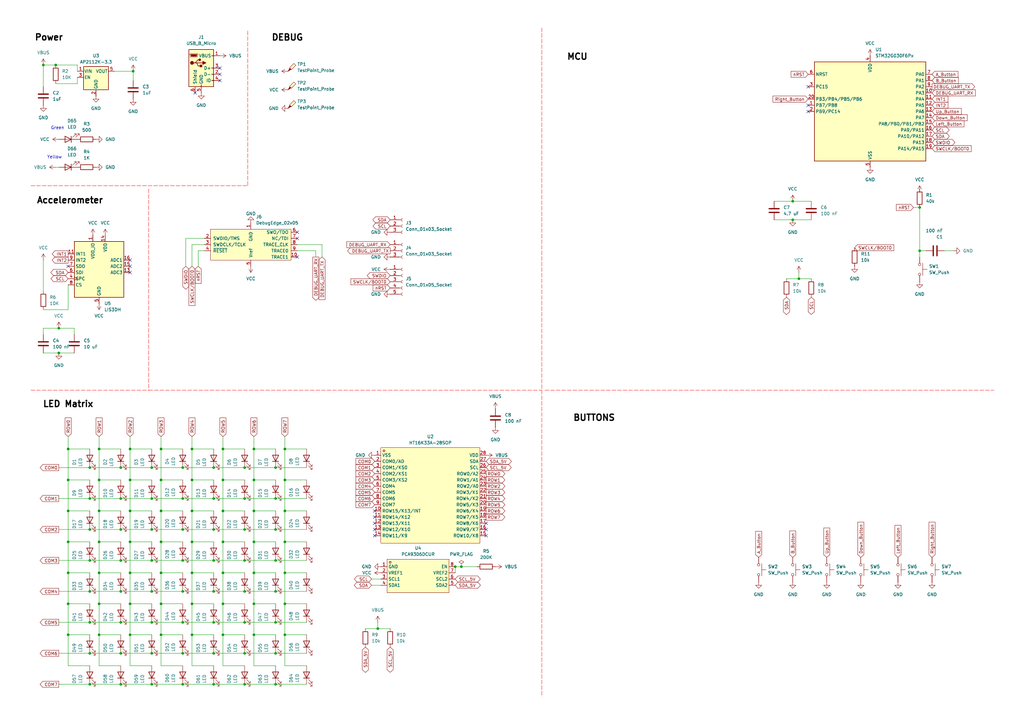
<source format=kicad_sch>
(kicad_sch (version 20250114) (generator "eeschema") (generator_version "9.0")
  (paper "A3")
  (title_block (title "Hackeriot Board 2025") (date "2025-08-03") (rev "0.0.1") (company "Hackeriot"))
  (text "Green" (at 23.622 52.578 0) (effects (font (size 1.27 1.27))))
  (text "BUTTONS" (at 234.95 172.974 0) (effects (font (size 2.54 2.54) (thickness 0.508) (bold yes)) (justify left bottom)))
  (text "MCU" (at 232.41 24.892 0) (effects (font (size 2.54 2.54) (thickness 0.508) (bold yes)) (justify left bottom)))
  (text "DEBUG\n" (at 111.252 17.018 0) (effects (font (size 2.54 2.54) (thickness 0.508) (bold yes)) (justify left bottom)))
  (text "Accelerometer" (at 28.702 82.296 0) (effects (font (size 2.54 2.54) (thickness 0.508) (bold yes))))
  (text "Yellow" (at 22.352 64.516 0) (effects (font (size 1.27 1.27))))
  (text "LED Matrix" (at 27.94 165.862 0) (effects (font (size 2.54 2.54) (thickness 0.508) (bold yes))))
  (text "Power" (at 20.066 15.494 0) (effects (font (size 2.54 2.54) (thickness 0.508) (bold yes))))
  (junction (at 100.33 204.47))
  (junction (at 74.93 242.57))
  (junction (at 116.84 260.35))
  (junction (at 100.33 217.17))
  (junction (at 62.23 267.97))
  (junction (at 17.78 26.67))
  (junction (at 91.44 260.35))
  (junction (at 36.83 204.47))
  (junction (at 36.83 267.97))
  (junction (at 87.63 280.67))
  (junction (at 104.14 184.15))
  (junction (at 53.34 184.15))
  (junction (at 27.94 184.15))
  (junction (at 189.23 232.41))
  (junction (at 91.44 234.95))
  (junction (at 78.74 260.35))
  (junction (at 74.93 217.17))
  (junction (at 327.66 114.3))
  (junction (at 74.93 255.27))
  (junction (at 40.64 196.85))
  (junction (at 154.94 257.81))
  (junction (at 40.64 209.55))
  (junction (at 53.34 209.55))
  (junction (at 113.03 255.27))
  (junction (at 78.74 234.95))
  (junction (at 49.53 204.47))
  (junction (at 36.83 217.17))
  (junction (at 36.83 242.57))
  (junction (at 113.03 191.77))
  (junction (at 91.44 247.65))
  (junction (at 78.74 247.65))
  (junction (at 49.53 242.57))
  (junction (at 74.93 280.67))
  (junction (at 27.94 247.65))
  (junction (at 91.44 196.85))
  (junction (at 104.14 222.25))
  (junction (at 74.93 191.77))
  (junction (at 87.63 204.47))
  (junction (at 54.61 29.21))
  (junction (at 40.64 234.95))
  (junction (at 100.33 191.77))
  (junction (at 53.34 196.85))
  (junction (at 87.63 255.27))
  (junction (at 113.03 242.57))
  (junction (at 53.34 247.65))
  (junction (at 325.12 90.17))
  (junction (at 53.34 234.95))
  (junction (at 113.03 267.97))
  (junction (at 40.64 184.15))
  (junction (at 49.53 255.27))
  (junction (at 377.19 85.09))
  (junction (at 27.94 196.85))
  (junction (at 66.04 260.35))
  (junction (at 27.94 209.55))
  (junction (at 116.84 247.65))
  (junction (at 66.04 247.65))
  (junction (at 49.53 280.67))
  (junction (at 78.74 184.15))
  (junction (at 27.94 260.35))
  (junction (at 40.64 260.35))
  (junction (at 113.03 229.87))
  (junction (at 49.53 191.77))
  (junction (at 49.53 229.87))
  (junction (at 62.23 229.87))
  (junction (at 113.03 204.47))
  (junction (at 91.44 209.55))
  (junction (at 87.63 242.57))
  (junction (at 36.83 280.67))
  (junction (at 24.13 144.78))
  (junction (at 40.64 247.65))
  (junction (at 66.04 222.25))
  (junction (at 62.23 280.67))
  (junction (at 24.13 134.62))
  (junction (at 377.19 102.87))
  (junction (at 104.14 234.95))
  (junction (at 78.74 222.25))
  (junction (at 74.93 267.97))
  (junction (at 40.64 222.25))
  (junction (at 104.14 209.55))
  (junction (at 27.94 222.25))
  (junction (at 74.93 229.87))
  (junction (at 62.23 242.57))
  (junction (at 87.63 217.17))
  (junction (at 62.23 217.17))
  (junction (at 116.84 222.25))
  (junction (at 62.23 255.27))
  (junction (at 104.14 196.85))
  (junction (at 66.04 234.95))
  (junction (at 100.33 242.57))
  (junction (at 22.86 26.67))
  (junction (at 113.03 217.17))
  (junction (at 66.04 196.85))
  (junction (at 78.74 209.55))
  (junction (at 87.63 229.87))
  (junction (at 104.14 247.65))
  (junction (at 49.53 267.97))
  (junction (at 116.84 184.15))
  (junction (at 113.03 280.67))
  (junction (at 27.94 234.95))
  (junction (at 78.74 196.85))
  (junction (at 36.83 229.87))
  (junction (at 100.33 280.67))
  (junction (at 66.04 184.15))
  (junction (at 36.83 255.27))
  (junction (at 325.12 82.55))
  (junction (at 116.84 196.85))
  (junction (at 66.04 209.55))
  (junction (at 49.53 217.17))
  (junction (at 91.44 222.25))
  (junction (at 62.23 191.77))
  (junction (at 186.69 232.41))
  (junction (at 36.83 191.77))
  (junction (at 74.93 204.47))
  (junction (at 53.34 260.35))
  (junction (at 53.34 222.25))
  (junction (at 104.14 260.35))
  (junction (at 87.63 267.97))
  (junction (at 62.23 204.47))
  (junction (at 100.33 255.27))
  (junction (at 91.44 184.15))
  (junction (at 87.63 191.77))
  (junction (at 116.84 209.55))
  (junction (at 116.84 234.95))
  (junction (at 100.33 267.97))
  (junction (at 100.33 229.87))
  (no_connect (at 153.67 214.63))
  (no_connect (at 153.67 217.17))
  (no_connect (at 199.39 219.71))
  (no_connect (at 90.17 27.94))
  (no_connect (at 331.47 45.72))
  (no_connect (at 53.34 111.76))
  (no_connect (at 153.67 219.71))
  (no_connect (at 53.34 106.68))
  (no_connect (at 121.92 105.41))
  (no_connect (at 121.92 97.79))
  (no_connect (at 331.47 43.18))
  (no_connect (at 90.17 33.02))
  (no_connect (at 90.17 30.48))
  (no_connect (at 121.92 95.25))
  (no_connect (at 80.01 38.1))
  (no_connect (at 53.34 109.22))
  (no_connect (at 331.47 35.56))
  (no_connect (at 199.39 217.17))
  (no_connect (at 199.39 214.63))
  (no_connect (at 153.67 212.09))
  (no_connect (at 27.94 109.22))
  (no_connect (at 153.67 209.55))
  (wire (pts (xy 53.34 196.85) (xy 62.23 196.85)))
  (wire (pts (xy 36.83 242.57) (xy 49.53 242.57)))
  (wire (pts (xy 317.5 82.55) (xy 325.12 82.55)))
  (wire (pts (xy 62.23 267.97) (xy 74.93 267.97)))
  (wire (pts (xy 78.74 196.85) (xy 78.74 209.55)))
  (wire (pts (xy 53.34 260.35) (xy 62.23 260.35)))
  (wire (pts (xy 53.34 273.05) (xy 62.23 273.05)))
  (wire (pts (xy 325.12 90.17) (xy 332.74 90.17)))
  (wire (pts (xy 116.84 260.35) (xy 116.84 273.05)))
  (wire (pts (xy 27.94 247.65) (xy 36.83 247.65)))
  (wire (pts (xy 91.44 222.25) (xy 91.44 234.95)))
  (wire (pts (xy 53.34 184.15) (xy 62.23 184.15)))
  (wire (pts (xy 152.4 237.49) (xy 156.21 237.49)))
  (wire (pts (xy 104.14 222.25) (xy 104.14 234.95)))
  (wire (pts (xy 27.94 196.85) (xy 36.83 196.85)))
  (wire (pts (xy 49.53 267.97) (xy 62.23 267.97)))
  (wire (pts (xy 91.44 222.25) (xy 100.33 222.25)))
  (wire (pts (xy 22.86 68.58) (xy 24.13 68.58)))
  (wire (pts (xy 100.33 267.97) (xy 113.03 267.97)))
  (wire (pts (xy 66.04 209.55) (xy 66.04 222.25)))
  (wire (pts (xy 24.13 255.27) (xy 36.83 255.27)))
  (wire (pts (xy 17.78 144.78) (xy 24.13 144.78)))
  (wire (pts (xy 116.84 209.55) (xy 125.73 209.55)))
  (wire (pts (xy 27.94 234.95) (xy 36.83 234.95)))
  (wire (pts (xy 66.04 184.15) (xy 66.04 196.85)))
  (wire (pts (xy 46.99 29.21) (xy 54.61 29.21)))
  (wire (pts (xy 104.14 260.35) (xy 113.03 260.35)))
  (wire (pts (xy 113.03 267.97) (xy 125.73 267.97)))
  (wire (pts (xy 78.74 184.15) (xy 78.74 196.85)))
  (wire (pts (xy 49.53 217.17) (xy 62.23 217.17)))
  (wire (pts (xy 152.4 240.03) (xy 156.21 240.03)))
  (wire (pts (xy 17.78 26.67) (xy 17.78 35.56)))
  (wire (pts (xy 74.93 242.57) (xy 87.63 242.57)))
  (wire (pts (xy 78.74 260.35) (xy 87.63 260.35)))
  (wire (pts (xy 66.04 234.95) (xy 74.93 234.95)))
  (wire (pts (xy 53.34 247.65) (xy 62.23 247.65)))
  (wire (pts (xy 30.48 134.62) (xy 30.48 137.16)))
  (wire (pts (xy 116.84 184.15) (xy 116.84 196.85)))
  (wire (pts (xy 27.94 209.55) (xy 27.94 222.25)))
  (wire (pts (xy 104.14 247.65) (xy 113.03 247.65)))
  (wire (pts (xy 40.64 179.07) (xy 40.64 184.15)))
  (wire (pts (xy 78.74 184.15) (xy 87.63 184.15)))
  (wire (pts (xy 91.44 196.85) (xy 91.44 209.55)))
  (wire (pts (xy 27.94 273.05) (xy 36.83 273.05)))
  (wire (pts (xy 27.94 116.84) (xy 27.94 127)))
  (wire (pts (xy 36.83 217.17) (xy 49.53 217.17)))
  (wire (pts (xy 49.53 255.27) (xy 62.23 255.27)))
  (wire (pts (xy 91.44 209.55) (xy 91.44 222.25)))
  (wire (pts (xy 104.14 247.65) (xy 104.14 260.35)))
  (wire (pts (xy 78.74 260.35) (xy 78.74 273.05)))
  (wire (pts (xy 40.64 209.55) (xy 49.53 209.55)))
  (wire (pts (xy 49.53 242.57) (xy 62.23 242.57)))
  (wire (pts (xy 24.13 134.62) (xy 30.48 134.62)))
  (wire (pts (xy 49.53 191.77) (xy 62.23 191.77)))
  (wire (pts (xy 66.04 273.05) (xy 74.93 273.05)))
  (wire (pts (xy 31.75 29.21) (xy 31.75 26.67)))
  (wire (pts (xy 74.93 191.77) (xy 87.63 191.77)))
  (wire (pts (xy 154.94 257.81) (xy 160.02 257.81)))
  (wire (pts (xy 31.75 26.67) (xy 22.86 26.67)))
  (wire (pts (xy 27.94 184.15) (xy 27.94 196.85)))
  (wire (pts (xy 27.94 222.25) (xy 27.94 234.95)))
  (wire (pts (xy 104.14 234.95) (xy 113.03 234.95)))
  (wire (pts (xy 62.23 229.87) (xy 74.93 229.87)))
  (wire (pts (xy 91.44 247.65) (xy 91.44 260.35)))
  (wire (pts (xy 78.74 234.95) (xy 87.63 234.95)))
  (wire (pts (xy 27.94 222.25) (xy 36.83 222.25)))
  (wire (pts (xy 24.13 242.57) (xy 36.83 242.57)))
  (wire (pts (xy 116.84 179.07) (xy 116.84 184.15)))
  (wire (pts (xy 24.13 144.78) (xy 30.48 144.78)))
  (wire (pts (xy 104.14 184.15) (xy 113.03 184.15)))
  (wire (pts (xy 91.44 234.95) (xy 91.44 247.65)))
  (wire (pts (xy 104.14 209.55) (xy 104.14 222.25)))
  (wire (pts (xy 113.03 217.17) (xy 125.73 217.17)))
  (wire (pts (xy 91.44 234.95) (xy 100.33 234.95)))
  (wire (pts (xy 53.34 260.35) (xy 53.34 273.05)))
  (wire (pts (xy 53.34 196.85) (xy 53.34 209.55)))
  (polyline (pts (xy 12.7 76.2) (xy 101.6 76.2)) (stroke (width 0) (type dash) (color 255 0 0 1)))
  (polyline (pts (xy 60.96 160.02) (xy 222.25 160.02)) (stroke (width 0) (type dash) (color 255 0 0 1)))
  (wire (pts (xy 17.78 26.67) (xy 22.86 26.67)))
  (wire (pts (xy 186.69 232.41) (xy 186.69 234.95)))
  (wire (pts (xy 325.12 82.55) (xy 332.74 82.55)))
  (wire (pts (xy 62.23 255.27) (xy 74.93 255.27)))
  (wire (pts (xy 100.33 217.17) (xy 113.03 217.17)))
  (wire (pts (xy 91.44 184.15) (xy 100.33 184.15)))
  (wire (pts (xy 91.44 209.55) (xy 100.33 209.55)))
  (wire (pts (xy 104.14 260.35) (xy 104.14 273.05)))
  (wire (pts (xy 87.63 280.67) (xy 100.33 280.67)))
  (polyline (pts (xy 60.96 77.47) (xy 60.96 160.02)) (stroke (width 0) (type dash) (color 255 0 0 1)))
  (wire (pts (xy 132.08 100.33) (xy 121.92 100.33)))
  (wire (pts (xy 377.19 105.41) (xy 377.19 102.87)))
  (wire (pts (xy 87.63 204.47) (xy 100.33 204.47)))
  (wire (pts (xy 116.84 184.15) (xy 125.73 184.15)))
  (wire (pts (xy 76.2 109.22) (xy 76.2 97.79)))
  (polyline (pts (xy 222.25 160.02) (xy 222.25 285.75)) (stroke (width 0) (type dash) (color 255 0 0 1)))
  (wire (pts (xy 53.34 179.07) (xy 53.34 184.15)))
  (wire (pts (xy 116.84 222.25) (xy 116.84 234.95)))
  (wire (pts (xy 40.64 222.25) (xy 40.64 234.95)))
  (wire (pts (xy 104.14 273.05) (xy 113.03 273.05)))
  (wire (pts (xy 24.13 229.87) (xy 36.83 229.87)))
  (wire (pts (xy 66.04 260.35) (xy 74.93 260.35)))
  (wire (pts (xy 17.78 134.62) (xy 24.13 134.62)))
  (wire (pts (xy 78.74 222.25) (xy 87.63 222.25)))
  (wire (pts (xy 116.84 222.25) (xy 125.73 222.25)))
  (wire (pts (xy 40.64 234.95) (xy 49.53 234.95)))
  (wire (pts (xy 62.23 191.77) (xy 74.93 191.77)))
  (wire (pts (xy 36.83 229.87) (xy 49.53 229.87)))
  (wire (pts (xy 22.86 34.29) (xy 31.75 34.29)))
  (wire (pts (xy 91.44 196.85) (xy 100.33 196.85)))
  (wire (pts (xy 27.94 179.07) (xy 27.94 184.15)))
  (wire (pts (xy 186.69 232.41) (xy 189.23 232.41)))
  (wire (pts (xy 87.63 217.17) (xy 100.33 217.17)))
  (wire (pts (xy 53.34 209.55) (xy 62.23 209.55)))
  (wire (pts (xy 116.84 196.85) (xy 116.84 209.55)))
  (wire (pts (xy 100.33 191.77) (xy 113.03 191.77)))
  (wire (pts (xy 116.84 273.05) (xy 125.73 273.05)))
  (wire (pts (xy 104.14 196.85) (xy 104.14 209.55)))
  (wire (pts (xy 40.64 196.85) (xy 40.64 209.55)))
  (wire (pts (xy 87.63 191.77) (xy 100.33 191.77)))
  (wire (pts (xy 17.78 119.38) (xy 17.78 106.68)))
  (wire (pts (xy 24.13 267.97) (xy 36.83 267.97)))
  (wire (pts (xy 327.66 114.3) (xy 332.74 114.3)))
  (wire (pts (xy 81.28 109.22) (xy 81.28 102.87)))
  (wire (pts (xy 78.74 196.85) (xy 87.63 196.85)))
  (wire (pts (xy 53.34 184.15) (xy 53.34 196.85)))
  (wire (pts (xy 78.74 247.65) (xy 87.63 247.65)))
  (wire (pts (xy 377.19 85.09) (xy 377.19 102.87)))
  (wire (pts (xy 24.13 280.67) (xy 36.83 280.67)))
  (wire (pts (xy 53.34 234.95) (xy 53.34 247.65)))
  (wire (pts (xy 116.84 247.65) (xy 125.73 247.65)))
  (wire (pts (xy 113.03 242.57) (xy 125.73 242.57)))
  (wire (pts (xy 100.33 255.27) (xy 113.03 255.27)))
  (wire (pts (xy 78.74 109.22) (xy 78.74 100.33)))
  (wire (pts (xy 116.84 234.95) (xy 116.84 247.65)))
  (polyline (pts (xy 222.25 11.43) (xy 222.25 160.02)) (stroke (width 0) (type dash) (color 255 0 0 1)))
  (wire (pts (xy 40.64 247.65) (xy 49.53 247.65)))
  (wire (pts (xy 91.44 260.35) (xy 91.44 273.05)))
  (wire (pts (xy 24.13 217.17) (xy 36.83 217.17)))
  (wire (pts (xy 36.83 204.47) (xy 49.53 204.47)))
  (wire (pts (xy 116.84 260.35) (xy 125.73 260.35)))
  (wire (pts (xy 53.34 247.65) (xy 53.34 260.35)))
  (wire (pts (xy 104.14 234.95) (xy 104.14 247.65)))
  (wire (pts (xy 49.53 229.87) (xy 62.23 229.87)))
  (wire (pts (xy 53.34 222.25) (xy 53.34 234.95)))
  (wire (pts (xy 49.53 204.47) (xy 62.23 204.47)))
  (wire (pts (xy 113.03 280.67) (xy 125.73 280.67)))
  (wire (pts (xy 27.94 260.35) (xy 36.83 260.35)))
  (wire (pts (xy 100.33 229.87) (xy 113.03 229.87)))
  (wire (pts (xy 62.23 217.17) (xy 74.93 217.17)))
  (wire (pts (xy 36.83 267.97) (xy 49.53 267.97)))
  (wire (pts (xy 53.34 222.25) (xy 62.23 222.25)))
  (wire (pts (xy 104.14 196.85) (xy 113.03 196.85)))
  (wire (pts (xy 27.94 196.85) (xy 27.94 209.55)))
  (wire (pts (xy 91.44 247.65) (xy 100.33 247.65)))
  (wire (pts (xy 113.03 191.77) (xy 125.73 191.77)))
  (wire (pts (xy 87.63 255.27) (xy 100.33 255.27)))
  (wire (pts (xy 132.08 105.41) (xy 132.08 100.33)))
  (wire (pts (xy 104.14 184.15) (xy 104.14 196.85)))
  (wire (pts (xy 40.64 247.65) (xy 40.64 260.35)))
  (wire (pts (xy 91.44 273.05) (xy 100.33 273.05)))
  (wire (pts (xy 322.58 114.3) (xy 327.66 114.3)))
  (wire (pts (xy 78.74 273.05) (xy 87.63 273.05)))
  (wire (pts (xy 78.74 234.95) (xy 78.74 247.65)))
  (wire (pts (xy 49.53 280.67) (xy 62.23 280.67)))
  (wire (pts (xy 87.63 267.97) (xy 100.33 267.97)))
  (wire (pts (xy 116.84 234.95) (xy 125.73 234.95)))
  (wire (pts (xy 87.63 229.87) (xy 100.33 229.87)))
  (wire (pts (xy 81.28 102.87) (xy 83.82 102.87)))
  (wire (pts (xy 53.34 234.95) (xy 62.23 234.95)))
  (wire (pts (xy 74.93 267.97) (xy 87.63 267.97)))
  (wire (pts (xy 27.94 247.65) (xy 27.94 260.35)))
  (wire (pts (xy 27.94 209.55) (xy 36.83 209.55)))
  (wire (pts (xy 24.13 191.77) (xy 36.83 191.77)))
  (wire (pts (xy 66.04 196.85) (xy 74.93 196.85)))
  (wire (pts (xy 91.44 184.15) (xy 91.44 196.85)))
  (wire (pts (xy 377.19 77.47) (xy 377.19 78.74)))
  (wire (pts (xy 40.64 273.05) (xy 49.53 273.05)))
  (wire (pts (xy 66.04 247.65) (xy 74.93 247.65)))
  (wire (pts (xy 66.04 247.65) (xy 66.04 260.35)))
  (wire (pts (xy 40.64 209.55) (xy 40.64 222.25)))
  (wire (pts (xy 53.34 209.55) (xy 53.34 222.25)))
  (wire (pts (xy 36.83 280.67) (xy 49.53 280.67)))
  (wire (pts (xy 17.78 137.16) (xy 17.78 134.62)))
  (wire (pts (xy 129.54 102.87) (xy 129.54 105.41)))
  (wire (pts (xy 66.04 260.35) (xy 66.04 273.05)))
  (wire (pts (xy 327.66 111.76) (xy 327.66 114.3)))
  (wire (pts (xy 40.64 196.85) (xy 49.53 196.85)))
  (wire (pts (xy 66.04 222.25) (xy 66.04 234.95)))
  (wire (pts (xy 62.23 204.47) (xy 74.93 204.47)))
  (wire (pts (xy 24.13 204.47) (xy 36.83 204.47)))
  (wire (pts (xy 100.33 280.67) (xy 113.03 280.67)))
  (wire (pts (xy 78.74 222.25) (xy 78.74 234.95)))
  (wire (pts (xy 36.83 255.27) (xy 49.53 255.27)))
  (wire (pts (xy 116.84 196.85) (xy 125.73 196.85)))
  (wire (pts (xy 78.74 209.55) (xy 87.63 209.55)))
  (wire (pts (xy 154.94 257.81) (xy 154.94 255.27)))
  (wire (pts (xy 66.04 179.07) (xy 66.04 184.15)))
  (wire (pts (xy 113.03 255.27) (xy 125.73 255.27)))
  (wire (pts (xy 66.04 209.55) (xy 74.93 209.55)))
  (wire (pts (xy 40.64 184.15) (xy 49.53 184.15)))
  (polyline (pts (xy 223.52 160.02) (xy 407.67 160.02)) (stroke (width 0) (type dash) (color 255 0 0 1)))
  (wire (pts (xy 78.74 100.33) (xy 83.82 100.33)))
  (wire (pts (xy 66.04 234.95) (xy 66.04 247.65)))
  (wire (pts (xy 91.44 260.35) (xy 100.33 260.35)))
  (wire (pts (xy 78.74 209.55) (xy 78.74 222.25)))
  (wire (pts (xy 87.63 242.57) (xy 100.33 242.57)))
  (wire (pts (xy 62.23 280.67) (xy 74.93 280.67)))
  (wire (pts (xy 40.64 184.15) (xy 40.64 196.85)))
  (wire (pts (xy 54.61 29.21) (xy 54.61 33.02)))
  (wire (pts (xy 66.04 222.25) (xy 74.93 222.25)))
  (wire (pts (xy 40.64 260.35) (xy 49.53 260.35)))
  (wire (pts (xy 374.65 85.09) (xy 377.19 85.09)))
  (wire (pts (xy 74.93 217.17) (xy 87.63 217.17)))
  (wire (pts (xy 31.75 34.29) (xy 31.75 31.75)))
  (wire (pts (xy 149.86 257.81) (xy 154.94 257.81)))
  (polyline (pts (xy 101.6 12.7) (xy 101.6 76.2)) (stroke (width 0) (type dash) (color 255 0 0 1)))
  (wire (pts (xy 391.16 102.87) (xy 387.35 102.87)))
  (wire (pts (xy 100.33 242.57) (xy 113.03 242.57)))
  (wire (pts (xy 189.23 232.41) (xy 195.58 232.41)))
  (wire (pts (xy 78.74 179.07) (xy 78.74 184.15)))
  (wire (pts (xy 66.04 184.15) (xy 74.93 184.15)))
  (wire (pts (xy 40.64 234.95) (xy 40.64 247.65)))
  (wire (pts (xy 66.04 196.85) (xy 66.04 209.55)))
  (wire (pts (xy 27.94 184.15) (xy 36.83 184.15)))
  (wire (pts (xy 100.33 204.47) (xy 113.03 204.47)))
  (wire (pts (xy 40.64 222.25) (xy 49.53 222.25)))
  (wire (pts (xy 74.93 280.67) (xy 87.63 280.67)))
  (wire (pts (xy 104.14 209.55) (xy 113.03 209.55)))
  (wire (pts (xy 113.03 229.87) (xy 125.73 229.87)))
  (wire (pts (xy 27.94 260.35) (xy 27.94 273.05)))
  (wire (pts (xy 40.64 260.35) (xy 40.64 273.05)))
  (wire (pts (xy 74.93 255.27) (xy 87.63 255.27)))
  (wire (pts (xy 78.74 247.65) (xy 78.74 260.35)))
  (wire (pts (xy 104.14 179.07) (xy 104.14 184.15)))
  (wire (pts (xy 62.23 242.57) (xy 74.93 242.57)))
  (wire (pts (xy 317.5 90.17) (xy 325.12 90.17)))
  (wire (pts (xy 74.93 204.47) (xy 87.63 204.47)))
  (wire (pts (xy 76.2 97.79) (xy 83.82 97.79)))
  (wire (pts (xy 104.14 222.25) (xy 113.03 222.25)))
  (wire (pts (xy 74.93 229.87) (xy 87.63 229.87)))
  (wire (pts (xy 91.44 179.07) (xy 91.44 184.15)))
  (wire (pts (xy 17.78 127) (xy 27.94 127)))
  (wire (pts (xy 377.19 102.87) (xy 379.73 102.87)))
  (wire (pts (xy 113.03 204.47) (xy 125.73 204.47)))
  (wire (pts (xy 27.94 234.95) (xy 27.94 247.65)))
  (wire (pts (xy 116.84 247.65) (xy 116.84 260.35)))
  (wire (pts (xy 121.92 102.87) (xy 129.54 102.87)))
  (polyline (pts (xy 12.7 160.02) (xy 60.96 160.02)) (stroke (width 0) (type dash) (color 255 0 0 1)))
  (wire (pts (xy 36.83 191.77) (xy 49.53 191.77)))
  (wire (pts (xy 116.84 209.55) (xy 116.84 222.25)))
  (global_label "COM1" (shape output) (at 24.13 204.47 180) (property "Intersheetrefs" "${INTERSHEET_REFS}" (effects (hide yes))))
  (global_label "SDA" (shape bidirectional) (at 382.27 55.88 0) (property "Intersheetrefs" "${INTERSHEET_REFS}" (effects (hide yes))))
  (global_label "SCL" (shape bidirectional) (at 160.02 92.71 180) (property "Intersheetrefs" "${INTERSHEET_REFS}" (effects (hide yes))))
  (global_label "ROW2" (shape input) (at 53.34 179.07 90) (property "Intersheetrefs" "${INTERSHEET_REFS}" (effects (hide yes))))
  (global_label "INT2" (shape input) (at 382.27 43.18 0) (property "Intersheetrefs" "${INTERSHEET_REFS}" (effects (hide yes))))
  (global_label "DEBUG_UART_RX" (shape input) (at 160.02 100.33 180) (property "Intersheetrefs" "${INTERSHEET_REFS}" (effects (hide yes))))
  (global_label "DEBUG_UART_TX" (shape output) (at 160.02 102.87 180) (property "Intersheetrefs" "${INTERSHEET_REFS}" (effects (hide yes))))
  (global_label "ROW3" (shape input) (at 66.04 179.07 90) (property "Intersheetrefs" "${INTERSHEET_REFS}" (effects (hide yes))))
  (global_label "COM3" (shape output) (at 24.13 229.87 180) (property "Intersheetrefs" "${INTERSHEET_REFS}" (effects (hide yes))))
  (global_label "Up_Button" (shape input) (at 382.27 45.72 0) (property "Intersheetrefs" "${INTERSHEET_REFS}" (effects (hide yes))))
  (global_label "SCL" (shape bidirectional) (at 152.4 237.49 180) (property "Intersheetrefs" "${INTERSHEET_REFS}" (effects (hide yes))))
  (global_label "SCL" (shape bidirectional) (at 382.27 53.34 0) (property "Intersheetrefs" "${INTERSHEET_REFS}" (effects (hide yes))))
  (global_label "COM3" (shape input) (at 153.67 196.85 180) (property "Intersheetrefs" "${INTERSHEET_REFS}" (effects (hide yes))))
  (global_label "ROW4" (shape output) (at 199.39 204.47 0) (property "Intersheetrefs" "${INTERSHEET_REFS}" (effects (hide yes))))
  (global_label "SDA" (shape bidirectional) (at 27.94 111.76 180) (property "Intersheetrefs" "${INTERSHEET_REFS}" (effects (hide yes))))
  (global_label "COM7" (shape input) (at 153.67 207.01 180) (property "Intersheetrefs" "${INTERSHEET_REFS}" (effects (hide yes))))
  (global_label "SWCLK{slash}BOOT0" (shape input) (at 160.02 115.57 180) (property "Intersheetrefs" "${INTERSHEET_REFS}" (effects (hide yes))))
  (global_label "ROW0" (shape output) (at 199.39 194.31 0) (property "Intersheetrefs" "${INTERSHEET_REFS}" (effects (hide yes))))
  (global_label "SWCLK{slash}BOOT0" (shape input) (at 78.74 109.22 270) (property "Intersheetrefs" "${INTERSHEET_REFS}" (effects (hide yes))))
  (global_label "nRST" (shape input) (at 374.65 85.09 180) (property "Intersheetrefs" "${INTERSHEET_REFS}" (effects (hide yes))))
  (global_label "ROW1" (shape input) (at 40.64 179.07 90) (property "Intersheetrefs" "${INTERSHEET_REFS}" (effects (hide yes))))
  (global_label "nRST" (shape input) (at 81.28 109.22 270) (property "Intersheetrefs" "${INTERSHEET_REFS}" (effects (hide yes))))
  (global_label "Down_Button" (shape input) (at 382.27 48.26 0) (property "Intersheetrefs" "${INTERSHEET_REFS}" (effects (hide yes))))
  (global_label "COM6" (shape output) (at 24.13 267.97 180) (property "Intersheetrefs" "${INTERSHEET_REFS}" (effects (hide yes))))
  (global_label "COM2" (shape output) (at 24.13 217.17 180) (property "Intersheetrefs" "${INTERSHEET_REFS}" (effects (hide yes))))
  (global_label "Left_Button" (shape input) (at 382.27 50.8 0) (property "Intersheetrefs" "${INTERSHEET_REFS}" (effects (hide yes))))
  (global_label "COM2" (shape input) (at 153.67 194.31 180) (property "Intersheetrefs" "${INTERSHEET_REFS}" (effects (hide yes))))
  (global_label "SDA_5V" (shape bidirectional) (at 199.39 189.23 0) (property "Intersheetrefs" "${INTERSHEET_REFS}" (effects (hide yes))))
  (global_label "SDA_5V" (shape bidirectional) (at 186.69 240.03 0) (property "Intersheetrefs" "${INTERSHEET_REFS}" (effects (hide yes))))
  (global_label "INT2" (shape output) (at 27.94 106.68 180) (property "Intersheetrefs" "${INTERSHEET_REFS}" (effects (hide yes))))
  (global_label "SWDIO" (shape bidirectional) (at 382.27 58.42 0) (property "Intersheetrefs" "${INTERSHEET_REFS}" (effects (hide yes))))
  (global_label "B_Button" (shape input) (at 325.12 228.6 90) (property "Intersheetrefs" "${INTERSHEET_REFS}" (effects (hide yes))))
  (global_label "nRST" (shape input) (at 160.02 118.11 180) (property "Intersheetrefs" "${INTERSHEET_REFS}" (effects (hide yes))))
  (global_label "DEBUG_UART_TX" (shape output) (at 382.27 35.56 0) (property "Intersheetrefs" "${INTERSHEET_REFS}" (effects (hide yes))))
  (global_label "ROW6" (shape input) (at 104.14 179.07 90) (property "Intersheetrefs" "${INTERSHEET_REFS}" (effects (hide yes))))
  (global_label "ROW4" (shape input) (at 78.74 179.07 90) (property "Intersheetrefs" "${INTERSHEET_REFS}" (effects (hide yes))))
  (global_label "SWCLK{slash}BOOT0" (shape input) (at 382.27 60.96 0) (property "Intersheetrefs" "${INTERSHEET_REFS}" (effects (hide yes))))
  (global_label "SCL_5V" (shape bidirectional) (at 199.39 191.77 0) (property "Intersheetrefs" "${INTERSHEET_REFS}" (effects (hide yes))))
  (global_label "DEBUG_UART_RX" (shape output) (at 129.54 105.41 270) (property "Intersheetrefs" "${INTERSHEET_REFS}" (effects (hide yes))))
  (global_label "A_Button" (shape input) (at 382.27 30.48 0) (property "Intersheetrefs" "${INTERSHEET_REFS}" (effects (hide yes))))
  (global_label "COM7" (shape output) (at 24.13 280.67 180) (property "Intersheetrefs" "${INTERSHEET_REFS}" (effects (hide yes))))
  (global_label "B_Button" (shape input) (at 382.27 33.02 0) (property "Intersheetrefs" "${INTERSHEET_REFS}" (effects (hide yes))))
  (global_label "COM5" (shape input) (at 153.67 201.93 180) (property "Intersheetrefs" "${INTERSHEET_REFS}" (effects (hide yes))))
  (global_label "SDA_5V" (shape bidirectional) (at 149.86 265.43 270) (property "Intersheetrefs" "${INTERSHEET_REFS}" (effects (hide yes))))
  (global_label "ROW2" (shape output) (at 199.39 199.39 0) (property "Intersheetrefs" "${INTERSHEET_REFS}" (effects (hide yes))))
  (global_label "ROW6" (shape output) (at 199.39 209.55 0) (property "Intersheetrefs" "${INTERSHEET_REFS}" (effects (hide yes))))
  (global_label "Right_Button" (shape input) (at 382.27 228.6 90) (property "Intersheetrefs" "${INTERSHEET_REFS}" (effects (hide yes))))
  (global_label "ROW7" (shape output) (at 199.39 212.09 0) (property "Intersheetrefs" "${INTERSHEET_REFS}" (effects (hide yes))))
  (global_label "Right_Button" (shape input) (at 331.47 40.64 180) (property "Intersheetrefs" "${INTERSHEET_REFS}" (effects (hide yes))))
  (global_label "INT1" (shape output) (at 27.94 104.14 180) (property "Intersheetrefs" "${INTERSHEET_REFS}" (effects (hide yes))))
  (global_label "SDA" (shape bidirectional) (at 160.02 90.17 180) (property "Intersheetrefs" "${INTERSHEET_REFS}" (effects (hide yes))))
  (global_label "ROW1" (shape output) (at 199.39 196.85 0) (property "Intersheetrefs" "${INTERSHEET_REFS}" (effects (hide yes))))
  (global_label "SDA" (shape bidirectional) (at 152.4 240.03 180) (property "Intersheetrefs" "${INTERSHEET_REFS}" (effects (hide yes))))
  (global_label "COM5" (shape output) (at 24.13 255.27 180) (property "Intersheetrefs" "${INTERSHEET_REFS}" (effects (hide yes))))
  (global_label "COM1" (shape input) (at 153.67 191.77 180) (property "Intersheetrefs" "${INTERSHEET_REFS}" (effects (hide yes))))
  (global_label "SCL" (shape bidirectional) (at 332.74 121.92 270) (property "Intersheetrefs" "${INTERSHEET_REFS}" (effects (hide yes))))
  (global_label "Up_Button" (shape input) (at 339.09 228.6 90) (property "Intersheetrefs" "${INTERSHEET_REFS}" (effects (hide yes))))
  (global_label "ROW5" (shape output) (at 199.39 207.01 0) (property "Intersheetrefs" "${INTERSHEET_REFS}" (effects (hide yes))))
  (global_label "Down_Button" (shape input) (at 353.06 228.6 90) (property "Intersheetrefs" "${INTERSHEET_REFS}" (effects (hide yes))))
  (global_label "INT1" (shape input) (at 382.27 40.64 0) (property "Intersheetrefs" "${INTERSHEET_REFS}" (effects (hide yes))))
  (global_label "A_Button" (shape input) (at 311.15 228.6 90) (property "Intersheetrefs" "${INTERSHEET_REFS}" (effects (hide yes))))
  (global_label "SWCLK{slash}BOOT0" (shape input) (at 350.52 101.6 0) (property "Intersheetrefs" "${INTERSHEET_REFS}" (effects (hide yes))))
  (global_label "ROW0" (shape input) (at 27.94 179.07 90) (property "Intersheetrefs" "${INTERSHEET_REFS}" (effects (hide yes))))
  (global_label "COM4" (shape input) (at 153.67 199.39 180) (property "Intersheetrefs" "${INTERSHEET_REFS}" (effects (hide yes))))
  (global_label "ROW5" (shape input) (at 91.44 179.07 90) (property "Intersheetrefs" "${INTERSHEET_REFS}" (effects (hide yes))))
  (global_label "nRST" (shape input) (at 331.47 30.48 180) (property "Intersheetrefs" "${INTERSHEET_REFS}" (effects (hide yes))))
  (global_label "ROW7" (shape input) (at 116.84 179.07 90) (property "Intersheetrefs" "${INTERSHEET_REFS}" (effects (hide yes))))
  (global_label "COM0" (shape output) (at 24.13 191.77 180) (property "Intersheetrefs" "${INTERSHEET_REFS}" (effects (hide yes))))
  (global_label "DEBUG_UART_TX" (shape input) (at 132.08 105.41 270) (property "Intersheetrefs" "${INTERSHEET_REFS}" (effects (hide yes))))
  (global_label "SDA" (shape bidirectional) (at 322.58 121.92 270) (property "Intersheetrefs" "${INTERSHEET_REFS}" (effects (hide yes))))
  (global_label "COM6" (shape input) (at 153.67 204.47 180) (property "Intersheetrefs" "${INTERSHEET_REFS}" (effects (hide yes))))
  (global_label "SWDIO" (shape bidirectional) (at 76.2 109.22 270) (property "Intersheetrefs" "${INTERSHEET_REFS}" (effects (hide yes))))
  (global_label "Left_Button" (shape input) (at 368.3 228.6 90) (property "Intersheetrefs" "${INTERSHEET_REFS}" (effects (hide yes))))
  (global_label "SWDIO" (shape bidirectional) (at 160.02 113.03 180) (property "Intersheetrefs" "${INTERSHEET_REFS}" (effects (hide yes))))
  (global_label "SCL" (shape bidirectional) (at 27.94 114.3 180) (property "Intersheetrefs" "${INTERSHEET_REFS}" (effects (hide yes))))
  (global_label "DEBUG_UART_RX" (shape input) (at 382.27 38.1 0) (property "Intersheetrefs" "${INTERSHEET_REFS}" (effects (hide yes))))
  (global_label "COM4" (shape output) (at 24.13 242.57 180) (property "Intersheetrefs" "${INTERSHEET_REFS}" (effects (hide yes))))
  (global_label "COM0" (shape input) (at 153.67 189.23 180) (property "Intersheetrefs" "${INTERSHEET_REFS}" (effects (hide yes))))
  (global_label "ROW3" (shape output) (at 199.39 201.93 0) (property "Intersheetrefs" "${INTERSHEET_REFS}" (effects (hide yes))))
  (global_label "SCL_5V" (shape bidirectional) (at 186.69 237.49 0) (property "Intersheetrefs" "${INTERSHEET_REFS}" (effects (hide yes))))
  (global_label "SCL_5V" (shape bidirectional) (at 160.02 265.43 270) (property "Intersheetrefs" "${INTERSHEET_REFS}" (effects (hide yes))))
  (symbol (lib_id "Device:LED") (at 125.73 238.76 90) (unit 1)
    (property "Reference" "D40" (at 119.38 240.03 0))
    (property "Value" "LED" (at 121.92 240.03 0))
    (property "Footprint" "LED_SMD:LED_0805_2012Metric_Pad1.15x1.40mm_HandSolder" (effects (hide yes)))
    (property "Description" "Light emitting diode" (effects (hide yes)))
    (property "Sim.Pins" "1=K 2=A" (effects (hide yes)))
  )
  (symbol (lib_id "Device:LED") (at 113.03 276.86 90) (unit 1)
    (property "Reference" "D63" (at 106.68 278.4475 0))
    (property "Value" "LED" (at 109.22 278.4475 0))
    (property "Footprint" "LED_SMD:LED_0805_2012Metric_Pad1.15x1.40mm_HandSolder" (effects (hide yes)))
    (property "Description" "Light emitting diode" (effects (hide yes)))
    (property "Sim.Pins" "1=K 2=A" (effects (hide yes)))
  )
  (symbol (lib_id "power:GND") (at 391.16 102.87 90) (unit 1)
    (property "Reference" "#PWR02" (effects (hide yes)))
    (property "Value" "GND" (at 394.97 102.8699 90) (effects (justify right)))
    (property "Description" "Power symbol creates a global label with name \"GND\" , ground" (effects (hide yes)))
  )
  (symbol (lib_id "Device:LED") (at 87.63 200.66 90) (unit 1)
    (property "Reference" "D13" (at 81.28 202.2475 0))
    (property "Value" "LED" (at 83.82 202.2475 0))
    (property "Footprint" "LED_SMD:LED_0805_2012Metric_Pad1.15x1.40mm_HandSolder" (effects (hide yes)))
    (property "Description" "Light emitting diode" (effects (hide yes)))
    (property "Sim.Pins" "1=K 2=A" (effects (hide yes)))
  )
  (symbol (lib_id "power:GND") (at 39.37 68.58 90) (unit 1)
    (property "Reference" "#PWR015" (effects (hide yes)))
    (property "Value" "GND" (at 43.18 68.5799 90) (effects (justify right)))
    (property "Description" "Power symbol creates a global label with name \"GND\" , ground" (effects (hide yes)))
  )
  (symbol (lib_id "Device:LED") (at 100.33 226.06 90) (unit 1)
    (property "Reference" "D30" (at 93.98 227.6475 0))
    (property "Value" "LED" (at 96.52 227.6475 0))
    (property "Footprint" "LED_SMD:LED_0805_2012Metric_Pad1.15x1.40mm_HandSolder" (effects (hide yes)))
    (property "Description" "Light emitting diode" (effects (hide yes)))
    (property "Sim.Pins" "1=K 2=A" (effects (hide yes)))
  )
  (symbol (lib_id "Device:LED") (at 49.53 213.36 90) (unit 1)
    (property "Reference" "D18" (at 43.18 214.9475 0))
    (property "Value" "LED" (at 45.72 214.9475 0))
    (property "Footprint" "LED_SMD:LED_0805_2012Metric_Pad1.15x1.40mm_HandSolder" (effects (hide yes)))
    (property "Description" "Light emitting diode" (effects (hide yes)))
    (property "Sim.Pins" "1=K 2=A" (effects (hide yes)))
  )
  (symbol (lib_id "power:VCC") (at 160.02 110.49 90) (unit 1)
    (property "Reference" "#PWR031" (effects (hide yes)))
    (property "Value" "VCC" (at 156.21 110.4899 90) (effects (justify left)))
    (property "Description" "Power symbol creates a global label with name \"VCC\"" (effects (hide yes)))
  )
  (symbol (lib_id "Device:LED") (at 62.23 251.46 90) (unit 1)
    (property "Reference" "D43" (at 55.88 253.0475 0))
    (property "Value" "LED" (at 58.42 253.0475 0))
    (property "Footprint" "LED_SMD:LED_0805_2012Metric_Pad1.15x1.40mm_HandSolder" (effects (hide yes)))
    (property "Description" "Light emitting diode" (effects (hide yes)))
    (property "Sim.Pins" "1=K 2=A" (effects (hide yes)))
  )
  (symbol (lib_id "power:VBUS") (at 90.17 22.86 270) (unit 1)
    (property "Reference" "#PWR016" (effects (hide yes)))
    (property "Value" "VBUS" (at 93.98 22.8599 90) (effects (justify left)))
    (property "Description" "Power symbol creates a global label with name \"VBUS\"" (effects (hide yes)))
  )
  (symbol (lib_id "Device:LED") (at 100.33 187.96 90) (unit 1)
    (property "Reference" "D6" (at 93.98 189.5475 0))
    (property "Value" "LED" (at 96.52 189.5475 0))
    (property "Footprint" "LED_SMD:LED_0805_2012Metric_Pad1.15x1.40mm_HandSolder" (effects (hide yes)))
    (property "Description" "Light emitting diode" (effects (hide yes)))
    (property "Sim.Pins" "1=K 2=A" (effects (hide yes)))
  )
  (symbol (lib_id "Device:LED") (at 74.93 213.36 90) (unit 1)
    (property "Reference" "D20" (at 68.58 214.63 0))
    (property "Value" "LED" (at 71.12 214.63 0))
    (property "Footprint" "LED_SMD:LED_0805_2012Metric_Pad1.15x1.40mm_HandSolder" (effects (hide yes)))
    (property "Description" "Light emitting diode" (effects (hide yes)))
    (property "Sim.Pins" "1=K 2=A" (effects (hide yes)))
  )
  (symbol (lib_id "power:VCC") (at 24.13 134.62 0) (unit 1)
    (property "Reference" "#PWR035" (effects (hide yes)))
    (property "Value" "VCC" (at 24.13 129.54 0))
    (property "Description" "Power symbol creates a global label with name \"VCC\"" (effects (hide yes)))
  )
  (symbol (lib_id "Device:LED") (at 49.53 251.46 90) (unit 1)
    (property "Reference" "D42" (at 43.18 253.0475 0))
    (property "Value" "LED" (at 45.72 253.0475 0))
    (property "Footprint" "LED_SMD:LED_0805_2012Metric_Pad1.15x1.40mm_HandSolder" (effects (hide yes)))
    (property "Description" "Light emitting diode" (effects (hide yes)))
    (property "Sim.Pins" "1=K 2=A" (effects (hide yes)))
  )
  (symbol (lib_id "Device:LED") (at 74.93 264.16 90) (unit 1)
    (property "Reference" "D52" (at 68.58 265.43 0))
    (property "Value" "LED" (at 71.12 265.43 0))
    (property "Footprint" "LED_SMD:LED_0805_2012Metric_Pad1.15x1.40mm_HandSolder" (effects (hide yes)))
    (property "Description" "Light emitting diode" (effects (hide yes)))
    (property "Sim.Pins" "1=K 2=A" (effects (hide yes)))
  )
  (symbol (lib_id "EasyEDA:HT16K33A-28SOP") (at 176.53 204.47 0) (unit 1)
    (property "Reference" "U2" (at 176.53 179.07 0))
    (property "Value" "HT16K33A-28SOP" (at 176.53 181.61 0))
    (property "Footprint" "hackeriot_board_2025:SOP-28_L17.9-W7.5-P1.27-LS10.3-BL" (effects (hide yes)))
    (property "MPN" "C5444737" (effects (hide yes)))
    (property "LCSC Part" "C5444737" (effects (hide yes)))
  )
  (symbol (lib_id "power:GND") (at 160.02 120.65 270) (unit 1)
    (property "Reference" "#PWR023" (effects (hide yes)))
    (property "Value" "GND" (at 156.21 120.6499 90) (effects (justify right)))
    (property "Description" "Power symbol creates a global label with name \"GND\" , ground" (effects (hide yes)))
  )
  (symbol (lib_id "Device:LED") (at 100.33 276.86 90) (unit 1)
    (property "Reference" "D62" (at 93.98 278.4475 0))
    (property "Value" "LED" (at 96.52 278.4475 0))
    (property "Footprint" "LED_SMD:LED_0805_2012Metric_Pad1.15x1.40mm_HandSolder" (effects (hide yes)))
    (property "Description" "Light emitting diode" (effects (hide yes)))
    (property "Sim.Pins" "1=K 2=A" (effects (hide yes)))
  )
  (symbol (lib_id "power:GND") (at 353.06 238.76 0) (unit 1)
    (property "Reference" "#PWR045" (effects (hide yes)))
    (property "Value" "GND" (at 353.06 243.84 0))
    (property "Description" "Power symbol creates a global label with name \"GND\" , ground" (effects (hide yes)))
  )
  (symbol (lib_id "power:GND") (at 102.87 91.44 180) (unit 1)
    (property "Reference" "#PWR026" (effects (hide yes)))
    (property "Value" "GND" (at 102.87 87.63 0))
    (property "Description" "Power symbol creates a global label with name \"GND\" , ground" (effects (hide yes)))
  )
  (symbol (lib_id "power:GND") (at 39.37 39.37 0) (unit 1)
    (property "Reference" "#PWR010" (effects (hide yes)))
    (property "Value" "GND" (at 39.37 44.45 0))
    (property "Description" "Power symbol creates a global label with name \"GND\" , ground" (effects (hide yes)))
  )
  (symbol (lib_id "power:GND") (at 39.37 57.15 90) (unit 1)
    (property "Reference" "#PWR014" (effects (hide yes)))
    (property "Value" "GND" (at 43.18 57.1499 90) (effects (justify right)))
    (property "Description" "Power symbol creates a global label with name \"GND\" , ground" (effects (hide yes)))
  )
  (symbol (lib_id "MCU_ST_STM32G0:STM32G030F6Px") (at 356.87 45.72 0) (unit 1)
    (property "Reference" "U1" (at 359.0133 20.32 0) (effects (justify left)))
    (property "Value" "STM32G030F6Px" (at 359.0133 22.86 0) (effects (justify left)))
    (property "Footprint" "Package_SO:TSSOP-20_4.4x6.5mm_P0.65mm" (effects (hide yes)))
    (property "Datasheet" "https://www.st.com/resource/en/datasheet/stm32g030f6.pdf" (effects (hide yes)))
    (property "Description" "STMicroelectronics Arm Cortex-M0+ MCU, 32KB flash, 8KB RAM, 64 MHz, 2.0-3.6V, 17 GPIO, TSSOP20" (effects (hide yes)))
    (property "MPN" "C529330" (effects (hide yes)))
  )
  (symbol (lib_id "Device:LED") (at 125.73 264.16 90) (unit 1)
    (property "Reference" "D56" (at 119.38 265.43 0))
    (property "Value" "LED" (at 121.92 265.43 0))
    (property "Footprint" "LED_SMD:LED_0805_2012Metric_Pad1.15x1.40mm_HandSolder" (effects (hide yes)))
    (property "Description" "Light emitting diode" (effects (hide yes)))
    (property "Sim.Pins" "1=K 2=A" (effects (hide yes)))
  )
  (symbol (lib_id "Device:LED") (at 36.83 200.66 90) (unit 1)
    (property "Reference" "D9" (at 30.48 202.2475 0))
    (property "Value" "LED" (at 33.02 202.2475 0))
    (property "Footprint" "LED_SMD:LED_0805_2012Metric_Pad1.15x1.40mm_HandSolder" (effects (hide yes)))
    (property "Description" "Light emitting diode" (effects (hide yes)))
    (property "Sim.Pins" "1=K 2=A" (effects (hide yes)))
  )
  (symbol (lib_id "Device:LED") (at 87.63 226.06 90) (unit 1)
    (property "Reference" "D29" (at 81.28 227.6475 0))
    (property "Value" "LED" (at 83.82 227.6475 0))
    (property "Footprint" "LED_SMD:LED_0805_2012Metric_Pad1.15x1.40mm_HandSolder" (effects (hide yes)))
    (property "Description" "Light emitting diode" (effects (hide yes)))
    (property "Sim.Pins" "1=K 2=A" (effects (hide yes)))
  )
  (symbol (lib_id "Device:LED") (at 87.63 187.96 90) (unit 1)
    (property "Reference" "D5" (at 81.28 189.5475 0))
    (property "Value" "LED" (at 83.82 189.5475 0))
    (property "Footprint" "LED_SMD:LED_0805_2012Metric_Pad1.15x1.40mm_HandSolder" (effects (hide yes)))
    (property "Description" "Light emitting diode" (effects (hide yes)))
    (property "Sim.Pins" "1=K 2=A" (effects (hide yes)))
  )
  (symbol (lib_id "power:VBUS") (at 118.11 29.21 90) (unit 1)
    (property "Reference" "#PWR019" (effects (hide yes)))
    (property "Value" "VBUS" (at 114.3 29.2099 90) (effects (justify left)))
    (property "Description" "Power symbol creates a global label with name \"VBUS\"" (effects (hide yes)))
  )
  (symbol (lib_id "Device:LED") (at 100.33 213.36 90) (unit 1)
    (property "Reference" "D22" (at 93.98 214.9475 0))
    (property "Value" "LED" (at 96.52 214.9475 0))
    (property "Footprint" "LED_SMD:LED_0805_2012Metric_Pad1.15x1.40mm_HandSolder" (effects (hide yes)))
    (property "Description" "Light emitting diode" (effects (hide yes)))
    (property "Sim.Pins" "1=K 2=A" (effects (hide yes)))
  )
  (symbol (lib_id "power:VCC") (at 156.21 234.95 90) (unit 1)
    (property "Reference" "#PWR029" (effects (hide yes)))
    (property "Value" "VCC" (at 152.4 234.9499 90) (effects (justify left)))
    (property "Description" "Power symbol creates a global label with name \"VCC\"" (effects (hide yes)))
  )
  (symbol (lib_id "power:VCC") (at 325.12 82.55 0) (unit 1)
    (property "Reference" "#PWR038" (effects (hide yes)))
    (property "Value" "VCC" (at 325.12 77.47 0))
    (property "Description" "Power symbol creates a global label with name \"VCC\"" (effects (hide yes)))
  )
  (symbol (lib_id "Device:LED") (at 27.94 68.58 180) (unit 1)
    (property "Reference" "D66" (at 29.5275 60.96 0))
    (property "Value" "LED" (at 29.5275 63.5 0))
    (property "Footprint" "LED_SMD:LED_0805_2012Metric_Pad1.15x1.40mm_HandSolder" (effects (hide yes)))
    (property "Description" "Light emitting diode" (effects (hide yes)))
    (property "Sim.Pins" "1=K 2=A" (effects (hide yes)))
    (property "MPN" "C2296" (effects (hide yes)))
  )
  (symbol (lib_id "Device:LED") (at 113.03 200.66 90) (unit 1)
    (property "Reference" "D15" (at 106.68 202.2475 0))
    (property "Value" "LED" (at 109.22 202.2475 0))
    (property "Footprint" "LED_SMD:LED_0805_2012Metric_Pad1.15x1.40mm_HandSolder" (effects (hide yes)))
    (property "Description" "Light emitting diode" (effects (hide yes)))
    (property "Sim.Pins" "1=K 2=A" (effects (hide yes)))
  )
  (symbol (lib_id "Device:C") (at 17.78 39.37 0) (unit 1)
    (property "Reference" "C2" (at 21.59 38.0999 0) (effects (justify left)))
    (property "Value" "1uF" (at 21.59 40.6399 0) (effects (justify left)))
    (property "Footprint" "Capacitor_SMD:C_0805_2012Metric_Pad1.18x1.45mm_HandSolder" (effects (hide yes)))
    (property "Description" "Unpolarized capacitor" (effects (hide yes)))
    (property "MPN" "C28323" (effects (hide yes)))
  )
  (symbol (lib_id "power:GND") (at 382.27 238.76 0) (unit 1)
    (property "Reference" "#PWR047" (effects (hide yes)))
    (property "Value" "GND" (at 382.27 243.84 0))
    (property "Description" "Power symbol creates a global label with name \"GND\" , ground" (effects (hide yes)))
  )
  (symbol (lib_id "hackeriot_2025:PCA9306DCUR") (at 171.45 236.22 0) (unit 1)
    (property "Reference" "U4" (at 171.45 224.79 0))
    (property "Value" "PCA9306DCUR" (at 171.45 227.33 0))
    (property "Footprint" "hackeriot_board_2025:SSOP-8_L2.0-W2.3-P0.50-LS3.1-BR" (effects (hide yes)))
    (property "Datasheet" "https://lcsc.com/product-detail/Interface-ICs_TI_PCA9306DCUR_PCA9306DCUR_C33196.html" (effects (hide yes)))
    (property "MPN" "C33196" (effects (hide yes)))
  )
  (symbol (lib_id "power:GND") (at 17.78 43.18 0) (unit 1)
    (property "Reference" "#PWR09" (effects (hide yes)))
    (property "Value" "GND" (at 17.78 48.26 0))
    (property "Description" "Power symbol creates a global label with name \"GND\" , ground" (effects (hide yes)))
  )
  (symbol (lib_id "Device:C") (at 30.48 140.97 0) (unit 1)
    (property "Reference" "C5" (at 34.29 139.6999 0) (effects (justify left)))
    (property "Value" "10 uF" (at 34.29 142.2399 0) (effects (justify left)))
    (property "Footprint" "Capacitor_SMD:C_0805_2012Metric_Pad1.18x1.45mm_HandSolder" (effects (hide yes)))
    (property "Description" "Unpolarized capacitor" (effects (hide yes)))
    (property "MPN" "C15850" (effects (hide yes)))
  )
  (symbol (lib_id "power:GND") (at 377.19 115.57 0) (unit 1)
    (property "Reference" "#PWR01" (effects (hide yes)))
    (property "Value" "GND" (at 377.19 120.65 0))
    (property "Description" "Power symbol creates a global label with name \"GND\" , ground" (effects (hide yes)))
  )
  (symbol (lib_id "Device:LED") (at 125.73 226.06 90) (unit 1)
    (property "Reference" "D32" (at 119.38 227.33 0))
    (property "Value" "LED" (at 121.92 227.33 0))
    (property "Footprint" "LED_SMD:LED_0805_2012Metric_Pad1.15x1.40mm_HandSolder" (effects (hide yes)))
    (property "Description" "Light emitting diode" (effects (hide yes)))
    (property "Sim.Pins" "1=K 2=A" (effects (hide yes)))
  )
  (symbol (lib_id "Device:LED") (at 36.83 187.96 90) (unit 1)
    (property "Reference" "D1" (at 30.48 189.5475 0))
    (property "Value" "LED" (at 33.02 189.5475 0))
    (property "Footprint" "LED_SMD:LED_0805_2012Metric_Pad1.15x1.40mm_HandSolder" (effects (hide yes)))
    (property "Description" "Light emitting diode" (effects (hide yes)))
    (property "Sim.Pins" "1=K 2=A" (effects (hide yes)))
  )
  (symbol (lib_id "Device:C") (at 317.5 86.36 0) (unit 1)
    (property "Reference" "C7" (at 321.31 85.0899 0) (effects (justify left)))
    (property "Value" "4.7 uF" (at 321.31 87.6299 0) (effects (justify left)))
    (property "Footprint" "Capacitor_SMD:C_0805_2012Metric_Pad1.18x1.45mm_HandSolder" (effects (hide yes)))
    (property "Description" "Unpolarized capacitor" (effects (hide yes)))
    (property "MPN" "C1779" (effects (hide yes)))
  )
  (symbol (lib_id "Device:LED") (at 62.23 238.76 90) (unit 1)
    (property "Reference" "D35" (at 55.88 240.3475 0))
    (property "Value" "LED" (at 58.42 240.3475 0))
    (property "Footprint" "LED_SMD:LED_0805_2012Metric_Pad1.15x1.40mm_HandSolder" (effects (hide yes)))
    (property "Description" "Light emitting diode" (effects (hide yes)))
    (property "Sim.Pins" "1=K 2=A" (effects (hide yes)))
  )
  (symbol (lib_id "Device:LED") (at 62.23 226.06 90) (unit 1)
    (property "Reference" "D27" (at 55.88 227.6475 0))
    (property "Value" "LED" (at 58.42 227.6475 0))
    (property "Footprint" "LED_SMD:LED_0805_2012Metric_Pad1.15x1.40mm_HandSolder" (effects (hide yes)))
    (property "Description" "Light emitting diode" (effects (hide yes)))
    (property "Sim.Pins" "1=K 2=A" (effects (hide yes)))
  )
  (symbol (lib_id "Device:LED") (at 62.23 276.86 90) (unit 1)
    (property "Reference" "D59" (at 55.88 278.4475 0))
    (property "Value" "LED" (at 58.42 278.4475 0))
    (property "Footprint" "LED_SMD:LED_0805_2012Metric_Pad1.15x1.40mm_HandSolder" (effects (hide yes)))
    (property "Description" "Light emitting diode" (effects (hide yes)))
    (property "Sim.Pins" "1=K 2=A" (effects (hide yes)))
  )
  (symbol (lib_id "power:VBUS") (at 154.94 255.27 0) (unit 1)
    (property "Reference" "#PWR041" (effects (hide yes)))
    (property "Value" "VBUS" (at 154.94 250.19 0))
    (property "Description" "Power symbol creates a global label with name \"VBUS\"" (effects (hide yes)))
  )
  (symbol (lib_id "power:GND") (at 118.11 44.45 270) (unit 1)
    (property "Reference" "#PWR021" (effects (hide yes)))
    (property "Value" "GND" (at 114.3 44.4499 90) (effects (justify right)))
    (property "Description" "Power symbol creates a global label with name \"GND\" , ground" (effects (hide yes)))
  )
  (symbol (lib_id "Device:LED") (at 87.63 213.36 90) (unit 1)
    (property "Reference" "D21" (at 81.28 214.9475 0))
    (property "Value" "LED" (at 83.82 214.9475 0))
    (property "Footprint" "LED_SMD:LED_0805_2012Metric_Pad1.15x1.40mm_HandSolder" (effects (hide yes)))
    (property "Description" "Light emitting diode" (effects (hide yes)))
    (property "Sim.Pins" "1=K 2=A" (effects (hide yes)))
  )
  (symbol (lib_id "Connector:TestPoint_Probe") (at 118.11 29.21 0) (unit 1)
    (property "Reference" "TP1" (at 121.92 26.3524 0) (effects (justify left)))
    (property "Value" "TestPoint_Probe" (at 121.92 28.8924 0) (effects (justify left)))
    (property "Footprint" "TestPoint:TestPoint_Pad_D2.0mm" (effects (hide yes)))
    (property "Description" "test point (alternative probe-style design)" (effects (hide yes)))
  )
  (symbol (lib_id "Device:LED") (at 36.83 213.36 90) (unit 1)
    (property "Reference" "D17" (at 30.48 214.9475 0))
    (property "Value" "LED" (at 33.02 214.9475 0))
    (property "Footprint" "LED_SMD:LED_0805_2012Metric_Pad1.15x1.40mm_HandSolder" (effects (hide yes)))
    (property "Description" "Light emitting diode" (effects (hide yes)))
    (property "Sim.Pins" "1=K 2=A" (effects (hide yes)))
  )
  (symbol (lib_id "power:VCC") (at 327.66 111.76 0) (unit 1)
    (property "Reference" "#PWR040" (effects (hide yes)))
    (property "Value" "VCC" (at 327.66 106.68 0))
    (property "Description" "Power symbol creates a global label with name \"VCC\"" (effects (hide yes)))
  )
  (symbol (lib_id "Device:LED") (at 62.23 187.96 90) (unit 1)
    (property "Reference" "D3" (at 55.88 189.5475 0))
    (property "Value" "LED" (at 58.42 189.5475 0))
    (property "Footprint" "LED_SMD:LED_0805_2012Metric_Pad1.15x1.40mm_HandSolder" (effects (hide yes)))
    (property "Description" "Light emitting diode" (effects (hide yes)))
    (property "Sim.Pins" "1=K 2=A" (effects (hide yes)))
  )
  (symbol (lib_id "Device:LED") (at 49.53 200.66 90) (unit 1)
    (property "Reference" "D10" (at 43.18 202.2475 0))
    (property "Value" "LED" (at 45.72 202.2475 0))
    (property "Footprint" "LED_SMD:LED_0805_2012Metric_Pad1.15x1.40mm_HandSolder" (effects (hide yes)))
    (property "Description" "Light emitting diode" (effects (hide yes)))
    (property "Sim.Pins" "1=K 2=A" (effects (hide yes)))
  )
  (symbol (lib_id "Device:LED") (at 87.63 276.86 90) (unit 1)
    (property "Reference" "D61" (at 81.28 278.4475 0))
    (property "Value" "LED" (at 83.82 278.4475 0))
    (property "Footprint" "LED_SMD:LED_0805_2012Metric_Pad1.15x1.40mm_HandSolder" (effects (hide yes)))
    (property "Description" "Light emitting diode" (effects (hide yes)))
    (property "Sim.Pins" "1=K 2=A" (effects (hide yes)))
  )
  (symbol (lib_id "power:VCC") (at 38.1 96.52 0) (unit 1)
    (property "Reference" "#PWR037" (effects (hide yes)))
    (property "Value" "VCC" (at 38.1 91.44 0))
    (property "Description" "Power symbol creates a global label with name \"VCC\"" (effects (hide yes)))
  )
  (symbol (lib_id "Device:R") (at 160.02 261.62 0) (unit 1)
    (property "Reference" "R10" (at 162.56 260.3499 0) (effects (justify left)))
    (property "Value" "10k" (at 162.56 262.8899 0) (effects (justify left)))
    (property "Footprint" "Resistor_SMD:R_0805_2012Metric_Pad1.20x1.40mm_HandSolder" (effects (hide yes)))
    (property "Description" "Resistor" (effects (hide yes)))
    (property "MPN" "C17414" (effects (hide yes)))
  )
  (symbol (lib_id "Device:R") (at 377.19 81.28 0) (unit 1)
    (property "Reference" "R1" (at 379.73 80.0099 0) (effects (justify left)))
    (property "Value" "40k" (at 379.73 82.5499 0) (effects (justify left)))
    (property "Footprint" "Resistor_SMD:R_0805_2012Metric_Pad1.20x1.40mm_HandSolder" (effects (hide yes)))
    (property "Description" "Resistor" (effects (hide yes)))
    (property "MPN" "C17633" (effects (hide yes)))
  )
  (symbol (lib_id "Connector:USB_B_Micro") (at 82.55 27.94 0) (unit 1)
    (property "Reference" "J1" (at 82.55 15.24 0))
    (property "Value" "USB_B_Micro" (at 82.55 17.78 0))
    (property "Footprint" "Connector_USB:USB_Micro-B_Amphenol_10103594-0001LF_Horizontal" (effects (hide yes)))
    (property "Description" "USB Micro Type B connector" (effects (hide yes)))
    (property "MPN" "C428495" (effects (hide yes)))
  )
  (symbol (lib_id "Device:LED") (at 36.83 276.86 90) (unit 1)
    (property "Reference" "D57" (at 30.48 278.4475 0))
    (property "Value" "LED" (at 33.02 278.4475 0))
    (property "Footprint" "LED_SMD:LED_0805_2012Metric_Pad1.15x1.40mm_HandSolder" (effects (hide yes)))
    (property "Description" "Light emitting diode" (effects (hide yes)))
    (property "Sim.Pins" "1=K 2=A" (effects (hide yes)))
  )
  (symbol (lib_id "hackeriot_2025:DebugEdge_02x05") (at 102.87 100.33 0) (unit 1)
    (property "Reference" "J6" (at 105.0133 88.9 0) (effects (justify left)))
    (property "Value" "DebugEdge_02x05" (at 105.0133 91.44 0) (effects (justify left)))
    (property "Footprint" "hackeriot_board_2025:DebugEdge_2x05_Target" (effects (hide yes)))
  )
  (symbol (lib_id "Device:LED") (at 87.63 238.76 90) (unit 1)
    (property "Reference" "D37" (at 81.28 240.3475 0))
    (property "Value" "LED" (at 83.82 240.3475 0))
    (property "Footprint" "LED_SMD:LED_0805_2012Metric_Pad1.15x1.40mm_HandSolder" (effects (hide yes)))
    (property "Description" "Light emitting diode" (effects (hide yes)))
    (property "Sim.Pins" "1=K 2=A" (effects (hide yes)))
  )
  (symbol (lib_id "Device:R") (at 149.86 261.62 0) (unit 1)
    (property "Reference" "R9" (at 152.4 260.3499 0) (effects (justify left)))
    (property "Value" "10k" (at 152.4 262.8899 0) (effects (justify left)))
    (property "Footprint" "Resistor_SMD:R_0805_2012Metric_Pad1.20x1.40mm_HandSolder" (effects (hide yes)))
    (property "Description" "Resistor" (effects (hide yes)))
    (property "MPN" "C17414" (effects (hide yes)))
  )
  (symbol (lib_id "Device:LED") (at 62.23 200.66 90) (unit 1)
    (property "Reference" "D11" (at 55.88 202.2475 0))
    (property "Value" "LED" (at 58.42 202.2475 0))
    (property "Footprint" "LED_SMD:LED_0805_2012Metric_Pad1.15x1.40mm_HandSolder" (effects (hide yes)))
    (property "Description" "Light emitting diode" (effects (hide yes)))
    (property "Sim.Pins" "1=K 2=A" (effects (hide yes)))
  )
  (symbol (lib_id "power:GND") (at 368.3 238.76 0) (unit 1)
    (property "Reference" "#PWR046" (effects (hide yes)))
    (property "Value" "GND" (at 368.3 243.84 0))
    (property "Description" "Power symbol creates a global label with name \"GND\" , ground" (effects (hide yes)))
  )
  (symbol (lib_id "Device:LED") (at 36.83 251.46 90) (unit 1)
    (property "Reference" "D41" (at 30.48 253.0475 0))
    (property "Value" "LED" (at 33.02 253.0475 0))
    (property "Footprint" "LED_SMD:LED_0805_2012Metric_Pad1.15x1.40mm_HandSolder" (effects (hide yes)))
    (property "Description" "Light emitting diode" (effects (hide yes)))
    (property "Sim.Pins" "1=K 2=A" (effects (hide yes)))
  )
  (symbol (lib_id "power:VBUS") (at 203.2 167.64 0) (unit 1)
    (property "Reference" "#PWR022" (effects (hide yes)))
    (property "Value" "VBUS" (at 203.2 162.56 0))
    (property "Description" "Power symbol creates a global label with name \"VBUS\"" (effects (hide yes)))
  )
  (symbol (lib_id "power:GND") (at 356.87 68.58 0) (unit 1)
    (property "Reference" "#PWR05" (effects (hide yes)))
    (property "Value" "GND" (at 356.87 73.66 0))
    (property "Description" "Power symbol creates a global label with name \"GND\" , ground" (effects (hide yes)))
  )
  (symbol (lib_id "power:VBUS") (at 17.78 26.67 0) (unit 1)
    (property "Reference" "#PWR07" (effects (hide yes)))
    (property "Value" "VBUS" (at 17.78 21.59 0))
    (property "Description" "Power symbol creates a global label with name \"VBUS\"" (effects (hide yes)))
  )
  (symbol (lib_id "Device:LED") (at 125.73 251.46 90) (unit 1)
    (property "Reference" "D48" (at 119.38 252.73 0))
    (property "Value" "LED" (at 121.92 252.73 0))
    (property "Footprint" "LED_SMD:LED_0805_2012Metric_Pad1.15x1.40mm_HandSolder" (effects (hide yes)))
    (property "Description" "Light emitting diode" (effects (hide yes)))
    (property "Sim.Pins" "1=K 2=A" (effects (hide yes)))
  )
  (symbol (lib_id "Device:LED") (at 74.93 200.66 90) (unit 1)
    (property "Reference" "D12" (at 68.58 201.93 0))
    (property "Value" "LED" (at 71.12 201.93 0))
    (property "Footprint" "LED_SMD:LED_0805_2012Metric_Pad1.15x1.40mm_HandSolder" (effects (hide yes)))
    (property "Description" "Light emitting diode" (effects (hide yes)))
    (property "Sim.Pins" "1=K 2=A" (effects (hide yes)))
  )
  (symbol (lib_id "power:VCC") (at 356.87 22.86 0) (unit 1)
    (property "Reference" "#PWR04" (effects (hide yes)))
    (property "Value" "VCC" (at 356.87 17.78 0))
    (property "Description" "Power symbol creates a global label with name \"VCC\"" (effects (hide yes)))
  )
  (symbol (lib_id "power:VCC") (at 24.13 57.15 90) (unit 1)
    (property "Reference" "#PWR012" (effects (hide yes)))
    (property "Value" "VCC" (at 20.32 57.1499 90) (effects (justify left)))
    (property "Description" "Power symbol creates a global label with name \"VCC\"" (effects (hide yes)))
  )
  (symbol (lib_id "Device:LED") (at 74.93 238.76 90) (unit 1)
    (property "Reference" "D36" (at 68.58 240.03 0))
    (property "Value" "LED" (at 71.12 240.03 0))
    (property "Footprint" "LED_SMD:LED_0805_2012Metric_Pad1.15x1.40mm_HandSolder" (effects (hide yes)))
    (property "Description" "Light emitting diode" (effects (hide yes)))
    (property "Sim.Pins" "1=K 2=A" (effects (hide yes)))
  )
  (symbol (lib_id "Switch:SW_Push") (at 311.15 233.68 270) (unit 1)
    (property "Reference" "SW2" (at 314.96 232.4099 90) (effects (justify left)))
    (property "Value" "SW_Push" (at 314.96 234.9499 90) (effects (justify left)))
    (property "Footprint" "hackeriot_board_2025:SW-SMD_4P-L6.0-W6.0-P4.50-LS9.0-2" (effects (hide yes)))
    (property "Description" "Push button switch, generic, two pins" (effects (hide yes)))
    (property "MPN" "C22375341" (effects (hide yes)))
  )
  (symbol (lib_id "Connector:TestPoint_Probe") (at 118.11 44.45 0) (unit 1)
    (property "Reference" "TP3" (at 121.92 41.5924 0) (effects (justify left)))
    (property "Value" "TestPoint_Probe" (at 121.92 44.1324 0) (effects (justify left)))
    (property "Footprint" "TestPoint:TestPoint_Pad_D2.0mm" (effects (hide yes)))
    (property "Description" "test point (alternative probe-style design)" (effects (hide yes)))
  )
  (symbol (lib_id "Device:C") (at 17.78 140.97 0) (unit 1)
    (property "Reference" "C4" (at 21.59 139.6999 0) (effects (justify left)))
    (property "Value" "100 nF" (at 21.59 142.2399 0) (effects (justify left)))
    (property "Footprint" "Capacitor_SMD:C_0805_2012Metric_Pad1.18x1.45mm_HandSolder" (effects (hide yes)))
    (property "Description" "Unpolarized capacitor" (effects (hide yes)))
    (property "MPN" "C49678" (effects (hide yes)))
  )
  (symbol (lib_id "power:GND") (at 160.02 95.25 270) (unit 1)
    (property "Reference" "#PWR025" (effects (hide yes)))
    (property "Value" "GND" (at 156.21 95.2499 90) (effects (justify right)))
    (property "Description" "Power symbol creates a global label with name \"GND\" , ground" (effects (hide yes)))
  )
  (symbol (lib_id "Device:LED") (at 125.73 276.86 90) (unit 1)
    (property "Reference" "D64" (at 119.38 278.13 0))
    (property "Value" "LED" (at 121.92 278.13 0))
    (property "Footprint" "LED_SMD:LED_0805_2012Metric_Pad1.15x1.40mm_HandSolder" (effects (hide yes)))
    (property "Description" "Light emitting diode" (effects (hide yes)))
    (property "Sim.Pins" "1=K 2=A" (effects (hide yes)))
  )
  (symbol (lib_id "power:GND") (at 82.55 38.1 0) (unit 1)
    (property "Reference" "#PWR017" (effects (hide yes)))
    (property "Value" "GND" (at 82.55 43.18 0))
    (property "Description" "Power symbol creates a global label with name \"GND\" , ground" (effects (hide yes)))
  )
  (symbol (lib_id "Device:R") (at 350.52 105.41 0) (unit 1)
    (property "Reference" "R11" (at 353.06 104.1399 0) (effects (justify left)))
    (property "Value" "10k" (at 353.06 106.6799 0) (effects (justify left)))
    (property "Footprint" "Resistor_SMD:R_0805_2012Metric_Pad1.20x1.40mm_HandSolder" (effects (hide yes)))
    (property "Description" "Resistor" (effects (hide yes)))
    (property "MPN" "C17414" (effects (hide yes)))
  )
  (symbol (lib_id "Device:C") (at 54.61 36.83 0) (unit 1)
    (property "Reference" "C3" (at 58.42 35.5599 0) (effects (justify left)))
    (property "Value" "1uF" (at 58.42 38.0999 0) (effects (justify left)))
    (property "Footprint" "Capacitor_SMD:C_0805_2012Metric_Pad1.18x1.45mm_HandSolder" (effects (hide yes)))
    (property "Description" "Unpolarized capacitor" (effects (hide yes)))
    (property "MPN" "C28323" (effects (hide yes)))
  )
  (symbol (lib_id "Device:R") (at 322.58 118.11 0) (unit 1)
    (property "Reference" "R7" (at 325.12 116.8399 0) (effects (justify left)))
    (property "Value" "10k" (at 325.12 119.3799 0) (effects (justify left)))
    (property "Footprint" "Resistor_SMD:R_0805_2012Metric_Pad1.20x1.40mm_HandSolder" (effects (hide yes)))
    (property "Description" "Resistor" (effects (hide yes)))
    (property "MPN" "C17414" (effects (hide yes)))
  )
  (symbol (lib_id "power:VCC") (at 40.64 124.46 180) (unit 1)
    (property "Reference" "#PWR033" (effects (hide yes)))
    (property "Value" "VCC" (at 40.64 129.54 0))
    (property "Description" "Power symbol creates a global label with name \"VCC\"" (effects (hide yes)))
  )
  (symbol (lib_id "Device:LED") (at 100.33 238.76 90) (unit 1)
    (property "Reference" "D38" (at 93.98 240.3475 0))
    (property "Value" "LED" (at 96.52 240.3475 0))
    (property "Footprint" "LED_SMD:LED_0805_2012Metric_Pad1.15x1.40mm_HandSolder" (effects (hide yes)))
    (property "Description" "Light emitting diode" (effects (hide yes)))
    (property "Sim.Pins" "1=K 2=A" (effects (hide yes)))
  )
  (symbol (lib_id "Device:LED") (at 74.93 276.86 90) (unit 1)
    (property "Reference" "D60" (at 68.58 278.13 0))
    (property "Value" "LED" (at 71.12 278.13 0))
    (property "Footprint" "LED_SMD:LED_0805_2012Metric_Pad1.15x1.40mm_HandSolder" (effects (hide yes)))
    (property "Description" "Light emitting diode" (effects (hide yes)))
    (property "Sim.Pins" "1=K 2=A" (effects (hide yes)))
  )
  (symbol (lib_id "power:GND") (at 350.52 109.22 0) (unit 1)
    (property "Reference" "#PWR048" (effects (hide yes)))
    (property "Value" "GND" (at 350.52 114.3 0))
    (property "Description" "Power symbol creates a global label with name \"GND\" , ground" (effects (hide yes)))
  )
  (symbol (lib_id "Device:LED") (at 49.53 264.16 90) (unit 1)
    (property "Reference" "D50" (at 43.18 265.7475 0))
    (property "Value" "LED" (at 45.72 265.7475 0))
    (property "Footprint" "LED_SMD:LED_0805_2012Metric_Pad1.15x1.40mm_HandSolder" (effects (hide yes)))
    (property "Description" "Light emitting diode" (effects (hide yes)))
    (property "Sim.Pins" "1=K 2=A" (effects (hide yes)))
  )
  (symbol (lib_id "Device:R") (at 35.56 68.58 90) (unit 1)
    (property "Reference" "R4" (at 35.56 62.23 90))
    (property "Value" "1K" (at 35.56 64.77 90))
    (property "Footprint" "Resistor_SMD:R_0805_2012Metric_Pad1.20x1.40mm_HandSolder" (effects (hide yes)))
    (property "Description" "Resistor" (effects (hide yes)))
    (property "MPN" "C17513" (effects (hide yes)))
  )
  (symbol (lib_id "Device:LED") (at 36.83 264.16 90) (unit 1)
    (property "Reference" "D49" (at 30.48 265.7475 0))
    (property "Value" "LED" (at 33.02 265.7475 0))
    (property "Footprint" "LED_SMD:LED_0805_2012Metric_Pad1.15x1.40mm_HandSolder" (effects (hide yes)))
    (property "Description" "Light emitting diode" (effects (hide yes)))
    (property "Sim.Pins" "1=K 2=A" (effects (hide yes)))
  )
  (symbol (lib_id "power:GND") (at 156.21 232.41 270) (unit 1)
    (property "Reference" "#PWR028" (effects (hide yes)))
    (property "Value" "GND" (at 152.4 232.4099 90) (effects (justify right)))
    (property "Description" "Power symbol creates a global label with name \"GND\" , ground" (effects (hide yes)))
  )
  (symbol (lib_id "Device:R") (at 17.78 123.19 0) (unit 1)
    (property "Reference" "R6" (at 20.32 121.9199 0) (effects (justify left)))
    (property "Value" "10K" (at 20.32 124.4599 0) (effects (justify left)))
    (property "Footprint" "Resistor_SMD:R_0805_2012Metric_Pad1.20x1.40mm_HandSolder" (effects (hide yes)))
    (property "Description" "Resistor" (effects (hide yes)))
    (property "MPN" "C17414" (effects (hide yes)))
  )
  (symbol (lib_id "Device:LED") (at 49.53 226.06 90) (unit 1)
    (property "Reference" "D26" (at 43.18 227.6475 0))
    (property "Value" "LED" (at 45.72 227.6475 0))
    (property "Footprint" "LED_SMD:LED_0805_2012Metric_Pad1.15x1.40mm_HandSolder" (effects (hide yes)))
    (property "Description" "Light emitting diode" (effects (hide yes)))
    (property "Sim.Pins" "1=K 2=A" (effects (hide yes)))
  )
  (symbol (lib_id "Device:LED") (at 113.03 187.96 90) (unit 1)
    (property "Reference" "D7" (at 106.68 189.5475 0))
    (property "Value" "LED" (at 109.22 189.5475 0))
    (property "Footprint" "LED_SMD:LED_0805_2012Metric_Pad1.15x1.40mm_HandSolder" (effects (hide yes)))
    (property "Description" "Light emitting diode" (effects (hide yes)))
    (property "Sim.Pins" "1=K 2=A" (effects (hide yes)))
  )
  (symbol (lib_id "Device:LED") (at 74.93 187.96 90) (unit 1)
    (property "Reference" "D4" (at 68.58 189.23 0))
    (property "Value" "LED" (at 71.12 189.23 0))
    (property "Footprint" "LED_SMD:LED_0805_2012Metric_Pad1.15x1.40mm_HandSolder" (effects (hide yes)))
    (property "Description" "Light emitting diode" (effects (hide yes)))
    (property "Sim.Pins" "1=K 2=A" (effects (hide yes)))
  )
  (symbol (lib_id "Device:LED") (at 100.33 251.46 90) (unit 1)
    (property "Reference" "D46" (at 93.98 253.0475 0))
    (property "Value" "LED" (at 96.52 253.0475 0))
    (property "Footprint" "LED_SMD:LED_0805_2012Metric_Pad1.15x1.40mm_HandSolder" (effects (hide yes)))
    (property "Description" "Light emitting diode" (effects (hide yes)))
    (property "Sim.Pins" "1=K 2=A" (effects (hide yes)))
  )
  (symbol (lib_id "Switch:SW_Push") (at 382.27 233.68 270) (unit 1)
    (property "Reference" "SW7" (at 386.08 232.4099 90) (effects (justify left)))
    (property "Value" "SW_Push" (at 386.08 234.9499 90) (effects (justify left)))
    (property "Footprint" "hackeriot_board_2025:SW-SMD_4P-L6.0-W6.0-P4.50-LS9.0-2" (effects (hide yes)))
    (property "Description" "Push button switch, generic, two pins" (effects (hide yes)))
    (property "MPN" "C22375341" (effects (hide yes)))
  )
  (symbol (lib_id "Device:LED") (at 125.73 187.96 90) (unit 1)
    (property "Reference" "D8" (at 119.38 189.23 0))
    (property "Value" "LED" (at 121.92 189.23 0))
    (property "Footprint" "LED_SMD:LED_0805_2012Metric_Pad1.15x1.40mm_HandSolder" (effects (hide yes)))
    (property "Description" "Light emitting diode" (effects (hide yes)))
    (property "Sim.Pins" "1=K 2=A" (effects (hide yes)))
  )
  (symbol (lib_id "Device:LED") (at 74.93 251.46 90) (unit 1)
    (property "Reference" "D44" (at 68.58 252.73 0))
    (property "Value" "LED" (at 71.12 252.73 0))
    (property "Footprint" "LED_SMD:LED_0805_2012Metric_Pad1.15x1.40mm_HandSolder" (effects (hide yes)))
    (property "Description" "Light emitting diode" (effects (hide yes)))
    (property "Sim.Pins" "1=K 2=A" (effects (hide yes)))
  )
  (symbol (lib_id "Device:LED") (at 36.83 238.76 90) (unit 1)
    (property "Reference" "D33" (at 30.48 240.3475 0))
    (property "Value" "LED" (at 33.02 240.3475 0))
    (property "Footprint" "LED_SMD:LED_0805_2012Metric_Pad1.15x1.40mm_HandSolder" (effects (hide yes)))
    (property "Description" "Light emitting diode" (effects (hide yes)))
    (property "Sim.Pins" "1=K 2=A" (effects (hide yes)))
  )
  (symbol (lib_id "power:VBUS") (at 199.39 186.69 270) (unit 1)
    (property "Reference" "#PWR018" (effects (hide yes)))
    (property "Value" "VBUS" (at 203.2 186.6899 90) (effects (justify left)))
    (property "Description" "Power symbol creates a global label with name \"VBUS\"" (effects (hide yes)))
  )
  (symbol (lib_id "Device:R") (at 199.39 232.41 90) (unit 1)
    (property "Reference" "R5" (at 199.39 226.06 90))
    (property "Value" "200K" (at 199.39 228.6 90))
    (property "Footprint" "Resistor_SMD:R_0805_2012Metric_Pad1.20x1.40mm_HandSolder" (effects (hide yes)))
    (property "Description" "Resistor" (effects (hide yes)))
    (property "MPN" "C17539" (effects (hide yes)))
  )
  (symbol (lib_id "Device:LED") (at 100.33 200.66 90) (unit 1)
    (property "Reference" "D14" (at 93.98 202.2475 0))
    (property "Value" "LED" (at 96.52 202.2475 0))
    (property "Footprint" "LED_SMD:LED_0805_2012Metric_Pad1.15x1.40mm_HandSolder" (effects (hide yes)))
    (property "Description" "Light emitting diode" (effects (hide yes)))
    (property "Sim.Pins" "1=K 2=A" (effects (hide yes)))
  )
  (symbol (lib_id "power:VCC") (at 17.78 106.68 0) (unit 1)
    (property "Reference" "#PWR034" (effects (hide yes)))
    (property "Value" "VCC" (at 17.78 101.6 0))
    (property "Description" "Power symbol creates a global label with name \"VCC\"" (effects (hide yes)))
  )
  (symbol (lib_id "power:VBUS") (at 203.2 232.41 270) (unit 1)
    (property "Reference" "#PWR030" (effects (hide yes)))
    (property "Value" "VBUS" (at 207.01 232.4099 90) (effects (justify left)))
    (property "Description" "Power symbol creates a global label with name \"VBUS\"" (effects (hide yes)))
  )
  (symbol (lib_id "power:VCC") (at 102.87 109.22 180) (unit 1)
    (property "Reference" "#PWR027" (effects (hide yes)))
    (property "Value" "VCC" (at 102.87 114.3 0))
    (property "Description" "Power symbol creates a global label with name \"VCC\"" (effects (hide yes)))
  )
  (symbol (lib_id "Device:LED") (at 87.63 264.16 90) (unit 1)
    (property "Reference" "D53" (at 81.28 265.7475 0))
    (property "Value" "LED" (at 83.82 265.7475 0))
    (property "Footprint" "LED_SMD:LED_0805_2012Metric_Pad1.15x1.40mm_HandSolder" (effects (hide yes)))
    (property "Description" "Light emitting diode" (effects (hide yes)))
    (property "Sim.Pins" "1=K 2=A" (effects (hide yes)))
  )
  (symbol (lib_id "Device:LED") (at 74.93 226.06 90) (unit 1)
    (property "Reference" "D28" (at 68.58 227.33 0))
    (property "Value" "LED" (at 71.12 227.33 0))
    (property "Footprint" "LED_SMD:LED_0805_2012Metric_Pad1.15x1.40mm_HandSolder" (effects (hide yes)))
    (property "Description" "Light emitting diode" (effects (hide yes)))
    (property "Sim.Pins" "1=K 2=A" (effects (hide yes)))
  )
  (symbol (lib_id "Switch:SW_Push") (at 368.3 233.68 270) (unit 1)
    (property "Reference" "SW6" (at 372.11 232.4099 90) (effects (justify left)))
    (property "Value" "SW_Push" (at 372.11 234.9499 90) (effects (justify left)))
    (property "Footprint" "hackeriot_board_2025:SW-SMD_4P-L6.0-W6.0-P4.50-LS9.0-2" (effects (hide yes)))
    (property "Description" "Push button switch, generic, two pins" (effects (hide yes)))
    (property "MPN" "C22375341" (effects (hide yes)))
  )
  (symbol (lib_id "power:GND") (at 54.61 40.64 0) (unit 1)
    (property "Reference" "#PWR011" (effects (hide yes)))
    (property "Value" "GND" (at 54.61 45.72 0))
    (property "Description" "Power symbol creates a global label with name \"GND\" , ground" (effects (hide yes)))
  )
  (symbol (lib_id "power:VCC") (at 43.18 96.52 0) (unit 1)
    (property "Reference" "#PWR032" (effects (hide yes)))
    (property "Value" "VCC" (at 43.18 91.44 0))
    (property "Description" "Power symbol creates a global label with name \"VCC\"" (effects (hide yes)))
  )
  (symbol (lib_id "power:GND") (at 325.12 90.17 0) (unit 1)
    (property "Reference" "#PWR039" (effects (hide yes)))
    (property "Value" "GND" (at 325.12 95.25 0))
    (property "Description" "Power symbol creates a global label with name \"GND\" , ground" (effects (hide yes)))
  )
  (symbol (lib_id "Switch:SW_Push") (at 339.09 233.68 270) (unit 1)
    (property "Reference" "SW4" (at 342.9 232.4099 90) (effects (justify left)))
    (property "Value" "SW_Push" (at 342.9 234.9499 90) (effects (justify left)))
    (property "Footprint" "hackeriot_board_2025:SW-SMD_4P-L6.0-W6.0-P4.50-LS9.0-2" (effects (hide yes)))
    (property "Description" "Push button switch, generic, two pins" (effects (hide yes)))
    (property "MPN" "C22375341" (effects (hide yes)))
  )
  (symbol (lib_id "power:GND") (at 24.13 144.78 0) (unit 1)
    (property "Reference" "#PWR036" (effects (hide yes)))
    (property "Value" "GND" (at 24.13 149.86 0))
    (property "Description" "Power symbol creates a global label with name \"GND\" , ground" (effects (hide yes)))
  )
  (symbol (lib_id "Device:LED") (at 113.03 213.36 90) (unit 1)
    (property "Reference" "D23" (at 106.68 214.9475 0))
    (property "Value" "LED" (at 109.22 214.9475 0))
    (property "Footprint" "LED_SMD:LED_0805_2012Metric_Pad1.15x1.40mm_HandSolder" (effects (hide yes)))
    (property "Description" "Light emitting diode" (effects (hide yes)))
    (property "Sim.Pins" "1=K 2=A" (effects (hide yes)))
  )
  (symbol (lib_id "Device:LED") (at 62.23 264.16 90) (unit 1)
    (property "Reference" "D51" (at 55.88 265.7475 0))
    (property "Value" "LED" (at 58.42 265.7475 0))
    (property "Footprint" "LED_SMD:LED_0805_2012Metric_Pad1.15x1.40mm_HandSolder" (effects (hide yes)))
    (property "Description" "Light emitting diode" (effects (hide yes)))
    (property "Sim.Pins" "1=K 2=A" (effects (hide yes)))
  )
  (symbol (lib_id "power:PWR_FLAG") (at 189.23 232.41 0) (unit 1)
    (property "Reference" "#FLG01" (effects (hide yes)))
    (property "Value" "PWR_FLAG" (at 189.23 227.33 0))
    (property "Description" "Special symbol for telling ERC where power comes from" (effects (hide yes)))
  )
  (symbol (lib_id "Connector:Conn_01x03_Socket") (at 165.1 92.71 0) (unit 1)
    (property "Reference" "J3" (at 166.37 91.4399 0) (effects (justify left)))
    (property "Value" "Conn_01x03_Socket" (at 166.37 93.9799 0) (effects (justify left)))
    (property "Footprint" "Connector_PinSocket_2.54mm:PinSocket_1x03_P2.54mm_Vertical" (effects (hide yes)))
    (property "Description" "Generic connector, single row, 01x03, script generated" (effects (hide yes)))
    (property "MPN" " C146243" (effects (hide yes)))
  )
  (symbol (lib_id "power:GND") (at 339.09 238.76 0) (unit 1)
    (property "Reference" "#PWR044" (effects (hide yes)))
    (property "Value" "GND" (at 339.09 243.84 0))
    (property "Description" "Power symbol creates a global label with name \"GND\" , ground" (effects (hide yes)))
  )
  (symbol (lib_id "Connector:TestPoint_Probe") (at 118.11 36.83 0) (unit 1)
    (property "Reference" "TP2" (at 121.92 33.9724 0) (effects (justify left)))
    (property "Value" "TestPoint_Probe" (at 121.92 36.5124 0) (effects (justify left)))
    (property "Footprint" "TestPoint:TestPoint_Pad_D2.0mm" (effects (hide yes)))
    (property "Description" "test point (alternative probe-style design)" (effects (hide yes)))
  )
  (symbol (lib_id "power:GND") (at 153.67 186.69 270) (unit 1)
    (property "Reference" "#PWR06" (effects (hide yes)))
    (property "Value" "GND" (at 149.86 186.6899 90) (effects (justify right)))
    (property "Description" "Power symbol creates a global label with name \"GND\" , ground" (effects (hide yes)))
  )
  (symbol (lib_id "power:VCC") (at 118.11 36.83 90) (unit 1)
    (property "Reference" "#PWR020" (effects (hide yes)))
    (property "Value" "VCC" (at 114.3 36.8299 90) (effects (justify left)))
    (property "Description" "Power symbol creates a global label with name \"VCC\"" (effects (hide yes)))
  )
  (symbol (lib_id "Device:C") (at 383.54 102.87 90) (unit 1)
    (property "Reference" "C1" (at 386.715 97.1551 90) (effects (justify left)))
    (property "Value" "100 nF" (at 386.715 94.6151 90) (effects (justify left)))
    (property "Footprint" "Capacitor_SMD:C_0805_2012Metric_Pad1.18x1.45mm_HandSolder" (effects (hide yes)))
    (property "Description" "Unpolarized capacitor" (effects (hide yes)))
    (property "MPN" "C49678" (effects (hide yes)))
  )
  (symbol (lib_id "Switch:SW_Push") (at 325.12 233.68 270) (unit 1)
    (property "Reference" "SW3" (at 328.93 232.4099 90) (effects (justify left)))
    (property "Value" "SW_Push" (at 328.93 234.9499 90) (effects (justify left)))
    (property "Footprint" "hackeriot_board_2025:SW-SMD_4P-L6.0-W6.0-P4.50-LS9.0-2" (effects (hide yes)))
    (property "Description" "Push button switch, generic, two pins" (effects (hide yes)))
    (property "MPN" "C22375341" (effects (hide yes)))
  )
  (symbol (lib_id "Device:C") (at 203.2 171.45 0) (unit 1)
    (property "Reference" "C8" (at 207.01 170.1799 0) (effects (justify left)))
    (property "Value" "100 nF" (at 207.01 172.7199 0) (effects (justify left)))
    (property "Footprint" "Capacitor_SMD:C_0805_2012Metric_Pad1.18x1.45mm_HandSolder" (effects (hide yes)))
    (property "Description" "Unpolarized capacitor" (effects (hide yes)))
    (property "MPN" "C49678" (effects (hide yes)))
  )
  (symbol (lib_id "Device:LED") (at 125.73 200.66 90) (unit 1)
    (property "Reference" "D16" (at 119.38 201.93 0))
    (property "Value" "LED" (at 121.92 201.93 0))
    (property "Footprint" "LED_SMD:LED_0805_2012Metric_Pad1.15x1.40mm_HandSolder" (effects (hide yes)))
    (property "Description" "Light emitting diode" (effects (hide yes)))
    (property "Sim.Pins" "1=K 2=A" (effects (hide yes)))
  )
  (symbol (lib_id "Device:LED") (at 49.53 187.96 90) (unit 1)
    (property "Reference" "D2" (at 43.18 189.5475 0))
    (property "Value" "LED" (at 45.72 189.5475 0))
    (property "Footprint" "LED_SMD:LED_0805_2012Metric_Pad1.15x1.40mm_HandSolder" (effects (hide yes)))
    (property "Description" "Light emitting diode" (effects (hide yes)))
    (property "Sim.Pins" "1=K 2=A" (effects (hide yes)))
  )
  (symbol (lib_id "Device:LED") (at 100.33 264.16 90) (unit 1)
    (property "Reference" "D54" (at 93.98 265.7475 0))
    (property "Value" "LED" (at 96.52 265.7475 0))
    (property "Footprint" "LED_SMD:LED_0805_2012Metric_Pad1.15x1.40mm_HandSolder" (effects (hide yes)))
    (property "Description" "Light emitting diode" (effects (hide yes)))
    (property "Sim.Pins" "1=K 2=A" (effects (hide yes)))
  )
  (symbol (lib_id "power:VBUS") (at 22.86 68.58 90) (unit 1)
    (property "Reference" "#PWR013" (effects (hide yes)))
    (property "Value" "VBUS" (at 19.05 68.5799 90) (effects (justify left)))
    (property "Description" "Power symbol creates a global label with name \"VBUS\"" (effects (hide yes)))
  )
  (symbol (lib_id "Connector:Conn_01x03_Socket") (at 165.1 102.87 0) (unit 1)
    (property "Reference" "J4" (at 166.37 101.5999 0) (effects (justify left)))
    (property "Value" "Conn_01x03_Socket" (at 166.37 104.1399 0) (effects (justify left)))
    (property "Footprint" "Connector_PinSocket_2.54mm:PinSocket_1x03_P2.54mm_Vertical" (effects (hide yes)))
    (property "Description" "Generic connector, single row, 01x03, script generated" (effects (hide yes)))
    (property "MPN" " C146243" (effects (hide yes)))
  )
  (symbol (lib_id "Device:LED") (at 113.03 264.16 90) (unit 1)
    (property "Reference" "D55" (at 106.68 265.7475 0))
    (property "Value" "LED" (at 109.22 265.7475 0))
    (property "Footprint" "LED_SMD:LED_0805_2012Metric_Pad1.15x1.40mm_HandSolder" (effects (hide yes)))
    (property "Description" "Light emitting diode" (effects (hide yes)))
    (property "Sim.Pins" "1=K 2=A" (effects (hide yes)))
  )
  (symbol (lib_id "power:GND") (at 203.2 175.26 0) (unit 1)
    (property "Reference" "#PWR049" (effects (hide yes)))
    (property "Value" "GND" (at 203.2 180.34 0))
    (property "Description" "Power symbol creates a global label with name \"GND\" , ground" (effects (hide yes)))
  )
  (symbol (lib_id "Device:C") (at 332.74 86.36 0) (unit 1)
    (property "Reference" "C6" (at 336.55 85.0899 0) (effects (justify left)))
    (property "Value" "100 nF" (at 336.55 87.6299 0) (effects (justify left)))
    (property "Footprint" "Capacitor_SMD:C_0805_2012Metric_Pad1.18x1.45mm_HandSolder" (effects (hide yes)))
    (property "Description" "Unpolarized capacitor" (effects (hide yes)))
    (property "MPN" "C49678" (effects (hide yes)))
  )
  (symbol (lib_id "Device:LED") (at 87.63 251.46 90) (unit 1)
    (property "Reference" "D45" (at 81.28 253.0475 0))
    (property "Value" "LED" (at 83.82 253.0475 0))
    (property "Footprint" "LED_SMD:LED_0805_2012Metric_Pad1.15x1.40mm_HandSolder" (effects (hide yes)))
    (property "Description" "Light emitting diode" (effects (hide yes)))
    (property "Sim.Pins" "1=K 2=A" (effects (hide yes)))
  )
  (symbol (lib_id "Device:LED") (at 49.53 276.86 90) (unit 1)
    (property "Reference" "D58" (at 43.18 278.4475 0))
    (property "Value" "LED" (at 45.72 278.4475 0))
    (property "Footprint" "LED_SMD:LED_0805_2012Metric_Pad1.15x1.40mm_HandSolder" (effects (hide yes)))
    (property "Description" "Light emitting diode" (effects (hide yes)))
    (property "Sim.Pins" "1=K 2=A" (effects (hide yes)))
  )
  (symbol (lib_id "Device:LED") (at 113.03 251.46 90) (unit 1)
    (property "Reference" "D47" (at 106.68 253.0475 0))
    (property "Value" "LED" (at 109.22 253.0475 0))
    (property "Footprint" "LED_SMD:LED_0805_2012Metric_Pad1.15x1.40mm_HandSolder" (effects (hide yes)))
    (property "Description" "Light emitting diode" (effects (hide yes)))
    (property "Sim.Pins" "1=K 2=A" (effects (hide yes)))
  )
  (symbol (lib_id "Device:LED") (at 113.03 238.76 90) (unit 1)
    (property "Reference" "D39" (at 106.68 240.3475 0))
    (property "Value" "LED" (at 109.22 240.3475 0))
    (property "Footprint" "LED_SMD:LED_0805_2012Metric_Pad1.15x1.40mm_HandSolder" (effects (hide yes)))
    (property "Description" "Light emitting diode" (effects (hide yes)))
    (property "Sim.Pins" "1=K 2=A" (effects (hide yes)))
  )
  (symbol (lib_id "Device:LED") (at 36.83 226.06 90) (unit 1)
    (property "Reference" "D25" (at 30.48 227.6475 0))
    (property "Value" "LED" (at 33.02 227.6475 0))
    (property "Footprint" "LED_SMD:LED_0805_2012Metric_Pad1.15x1.40mm_HandSolder" (effects (hide yes)))
    (property "Description" "Light emitting diode" (effects (hide yes)))
    (property "Sim.Pins" "1=K 2=A" (effects (hide yes)))
  )
  (symbol (lib_id "power:VCC") (at 54.61 29.21 0) (unit 1)
    (property "Reference" "#PWR08" (effects (hide yes)))
    (property "Value" "VCC" (at 54.61 24.13 0))
    (property "Description" "Power symbol creates a global label with name \"VCC\"" (effects (hide yes)))
  )
  (symbol (lib_id "power:GND") (at 160.02 105.41 270) (unit 1)
    (property "Reference" "#PWR024" (effects (hide yes)))
    (property "Value" "GND" (at 156.21 105.4099 90) (effects (justify right)))
    (property "Description" "Power symbol creates a global label with name \"GND\" , ground" (effects (hide yes)))
  )
  (symbol (lib_id "Device:LED") (at 125.73 213.36 90) (unit 1)
    (property "Reference" "D24" (at 119.38 214.63 0))
    (property "Value" "LED" (at 121.92 214.63 0))
    (property "Footprint" "LED_SMD:LED_0805_2012Metric_Pad1.15x1.40mm_HandSolder" (effects (hide yes)))
    (property "Description" "Light emitting diode" (effects (hide yes)))
    (property "Sim.Pins" "1=K 2=A" (effects (hide yes)))
  )
  (symbol (lib_id "Device:LED") (at 113.03 226.06 90) (unit 1)
    (property "Reference" "D31" (at 106.68 227.6475 0))
    (property "Value" "LED" (at 109.22 227.6475 0))
    (property "Footprint" "LED_SMD:LED_0805_2012Metric_Pad1.15x1.40mm_HandSolder" (effects (hide yes)))
    (property "Description" "Light emitting diode" (effects (hide yes)))
    (property "Sim.Pins" "1=K 2=A" (effects (hide yes)))
  )
  (symbol (lib_id "Sensor_Motion:LIS3DH") (at 40.64 109.22 0) (unit 1)
    (property "Reference" "U5" (at 42.7833 124.46 0) (effects (justify left)))
    (property "Value" "LIS3DH" (at 42.7833 127 0) (effects (justify left)))
    (property "Footprint" "Package_LGA:LGA-16_3x3mm_P0.5mm_LayoutBorder3x5y" (effects (hide yes)))
    (property "Datasheet" "https://www.st.com/resource/en/datasheet/cd00274221.pdf" (effects (hide yes)))
    (property "Description" "3-Axis Accelerometer, 2/4/8/16g range, I2C/SPI interface, LGA-16" (effects (hide yes)))
    (property "MPN" " C15134" (effects (hide yes)))
  )
  (symbol (lib_id "Device:LED") (at 49.53 238.76 90) (unit 1)
    (property "Reference" "D34" (at 43.18 240.3475 0))
    (property "Value" "LED" (at 45.72 240.3475 0))
    (property "Footprint" "LED_SMD:LED_0805_2012Metric_Pad1.15x1.40mm_HandSolder" (effects (hide yes)))
    (property "Description" "Light emitting diode" (effects (hide yes)))
    (property "Sim.Pins" "1=K 2=A" (effects (hide yes)))
  )
  (symbol (lib_id "Switch:SW_Push") (at 377.19 110.49 270) (unit 1)
    (property "Reference" "SW1" (at 381 109.2199 90) (effects (justify left)))
    (property "Value" "SW_Push" (at 381 111.7599 90) (effects (justify left)))
    (property "Footprint" "hackeriot_board_2025:SW-SMD_4P-L6.0-W6.0-P4.50-LS9.0-2" (effects (hide yes)))
    (property "Description" "Push button switch, generic, two pins" (effects (hide yes)))
    (property "MPN" "C22375341" (effects (hide yes)))
  )
  (symbol (lib_id "Device:R") (at 332.74 118.11 0) (unit 1)
    (property "Reference" "R8" (at 335.28 116.8399 0) (effects (justify left)))
    (property "Value" "10k" (at 335.28 119.3799 0) (effects (justify left)))
    (property "Footprint" "Resistor_SMD:R_0805_2012Metric_Pad1.20x1.40mm_HandSolder" (effects (hide yes)))
    (property "Description" "Resistor" (effects (hide yes)))
    (property "MPN" "C17414" (effects (hide yes)))
  )
  (symbol (lib_id "Switch:SW_Push") (at 353.06 233.68 270) (unit 1)
    (property "Reference" "SW5" (at 356.87 232.4099 90) (effects (justify left)))
    (property "Value" "SW_Push" (at 356.87 234.9499 90) (effects (justify left)))
    (property "Footprint" "hackeriot_board_2025:SW-SMD_4P-L6.0-W6.0-P4.50-LS9.0-2" (effects (hide yes)))
    (property "Description" "Push button switch, generic, two pins" (effects (hide yes)))
    (property "MPN" "C22375341" (effects (hide yes)))
  )
  (symbol (lib_id "power:VCC") (at 377.19 78.74 0) (unit 1)
    (property "Reference" "#PWR03" (effects (hide yes)))
    (property "Value" "VCC" (at 377.19 73.66 0))
    (property "Description" "Power symbol creates a global label with name \"VCC\"" (effects (hide yes)))
  )
  (symbol (lib_id "Device:R") (at 35.56 57.15 90) (unit 1)
    (property "Reference" "R3" (at 35.56 50.8 90))
    (property "Value" "500" (at 35.56 53.34 90))
    (property "Footprint" "Resistor_SMD:R_0805_2012Metric_Pad1.20x1.40mm_HandSolder" (effects (hide yes)))
    (property "Description" "Resistor" (effects (hide yes)))
    (property "MPN" "C17734" (effects (hide yes)))
  )
  (symbol (lib_id "Device:LED") (at 62.23 213.36 90) (unit 1)
    (property "Reference" "D19" (at 55.88 214.9475 0))
    (property "Value" "LED" (at 58.42 214.9475 0))
    (property "Footprint" "LED_SMD:LED_0805_2012Metric_Pad1.15x1.40mm_HandSolder" (effects (hide yes)))
    (property "Description" "Light emitting diode" (effects (hide yes)))
    (property "Sim.Pins" "1=K 2=A" (effects (hide yes)))
  )
  (symbol (lib_id "Device:LED") (at 27.94 57.15 180) (unit 1)
    (property "Reference" "D65" (at 29.5275 49.53 0))
    (property "Value" "LED" (at 29.5275 52.07 0))
    (property "Footprint" "LED_SMD:LED_0805_2012Metric_Pad1.15x1.40mm_HandSolder" (effects (hide yes)))
    (property "Description" "Light emitting diode" (effects (hide yes)))
    (property "Sim.Pins" "1=K 2=A" (effects (hide yes)))
    (property "MPN" "C2297" (effects (hide yes)))
  )
  (symbol (lib_id "Device:R") (at 22.86 30.48 0) (unit 1)
    (property "Reference" "R2" (at 25.4 29.2099 0) (effects (justify left)))
    (property "Value" "10K" (at 25.4 31.7499 0) (effects (justify left)))
    (property "Footprint" "Resistor_SMD:R_0805_2012Metric_Pad1.20x1.40mm_HandSolder" (effects (hide yes)))
    (property "Description" "Resistor" (effects (hide yes)))
    (property "MPN" "C17414" (effects (hide yes)))
  )
  (symbol (lib_id "Regulator_Linear:AP2112K-3.3") (at 39.37 31.75 0) (unit 1)
    (property "Reference" "U3" (at 39.37 22.86 0))
    (property "Value" "AP2112K-3.3" (at 39.37 25.4 0))
    (property "Footprint" "Package_TO_SOT_SMD:SOT-23-5" (effects (hide yes)))
    (property "Datasheet" "https://www.diodes.com/assets/Datasheets/AP2112.pdf" (effects (hide yes)))
    (property "Description" "600mA low dropout linear regulator, with enable pin, 3.8V-6V input voltage range, 3.3V fixed positive output, SOT-23-5" (effects (hide yes)))
    (property "MPN" "C51118" (effects (hide yes)))
  )
  (symbol (lib_id "power:GND") (at 311.15 238.76 0) (unit 1)
    (property "Reference" "#PWR042" (effects (hide yes)))
    (property "Value" "GND" (at 311.15 243.84 0))
    (property "Description" "Power symbol creates a global label with name \"GND\" , ground" (effects (hide yes)))
  )
  (symbol (lib_id "power:GND") (at 325.12 238.76 0) (unit 1)
    (property "Reference" "#PWR043" (effects (hide yes)))
    (property "Value" "GND" (at 325.12 243.84 0))
    (property "Description" "Power symbol creates a global label with name \"GND\" , ground" (effects (hide yes)))
  )
  (symbol (lib_id "Connector:Conn_01x05_Socket") (at 165.1 115.57 0) (unit 1)
    (property "Reference" "J5" (at 166.37 114.2999 0) (effects (justify left)))
    (property "Value" "Conn_01x05_Socket" (at 166.37 116.8399 0) (effects (justify left)))
    (property "Footprint" "Connector_PinSocket_2.54mm:PinSocket_1x05_P2.54mm_Vertical" (effects (hide yes)))
    (property "Description" "Generic connector, single row, 01x05, script generated" (effects (hide yes)))
    (property "MPN" " C50950" (effects (hide yes)))
  )
)
</source>
